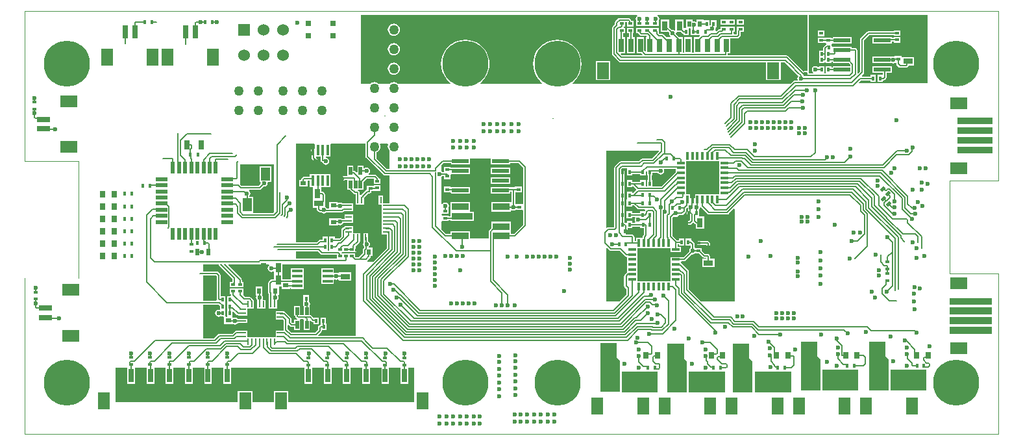
<source format=gbl>
G04*
G04 #@! TF.GenerationSoftware,Altium Limited,Altium Designer,19.1.5 (86)*
G04*
G04 Layer_Physical_Order=6*
G04 Layer_Color=16711680*
%FSLAX44Y44*%
%MOMM*%
G71*
G01*
G75*
%ADD12C,0.2000*%
%ADD17C,0.1000*%
%ADD18R,0.4500X0.6000*%
%ADD19R,0.8000X1.3000*%
%ADD20R,0.6000X0.4000*%
%ADD21R,0.4000X0.6000*%
%ADD22R,0.6000X0.4500*%
%ADD28R,0.8000X0.6000*%
%ADD32R,0.7000X0.9000*%
%ADD35R,0.5000X0.9000*%
%ADD36R,1.3000X0.8000*%
%ADD62C,1.2700*%
%ADD63C,6.0000*%
%ADD64C,1.5240*%
%ADD65R,1.5240X1.5240*%
%ADD66C,0.6000*%
%ADD69R,1.5000X0.5500*%
%ADD70R,0.5500X1.5000*%
G04:AMPARAMS|DCode=71|XSize=0.4mm|YSize=0.6mm|CornerRadius=0mm|HoleSize=0mm|Usage=FLASHONLY|Rotation=135.000|XOffset=0mm|YOffset=0mm|HoleType=Round|Shape=Rectangle|*
%AMROTATEDRECTD71*
4,1,4,0.3536,0.0707,-0.0707,-0.3536,-0.3536,-0.0707,0.0707,0.3536,0.3536,0.0707,0.0*
%
%ADD71ROTATEDRECTD71*%

%ADD72R,0.6000X0.8000*%
%ADD73R,0.7000X0.7500*%
%ADD74R,3.7000X3.7000*%
%ADD75R,1.0400X0.3300*%
%ADD76R,0.3300X1.0400*%
%ADD77R,2.2000X0.6000*%
%ADD78R,2.2500X0.9000*%
%ADD79R,2.8000X0.9000*%
%ADD80R,1.6000X2.2000*%
%ADD81R,0.7000X1.8000*%
%ADD82R,3.6000X3.6000*%
%ADD83R,0.2600X0.8400*%
%ADD84R,0.8400X0.2600*%
%ADD85R,0.4700X1.0000*%
%ADD86R,0.4500X1.3500*%
%ADD87R,1.2000X1.8000*%
%ADD88R,1.3500X0.4500*%
%ADD89R,3.6000X3.6000*%
%ADD90R,3.7000X3.7000*%
%ADD91R,1.8000X0.7000*%
%ADD92R,2.2000X1.6000*%
G36*
X1021080Y473970D02*
X1020909Y473733D01*
X1020880Y473703D01*
X1020629Y473517D01*
X1019568Y473216D01*
X1018318Y473465D01*
X1016553Y473114D01*
X1015715Y472554D01*
X995672Y492598D01*
X994837Y493156D01*
X993852Y493351D01*
X917926D01*
X916952Y494622D01*
X916973Y494730D01*
Y496206D01*
X920494D01*
Y515681D01*
X929640D01*
X930625Y515876D01*
X931460Y516434D01*
X933270Y518244D01*
X933828Y519079D01*
X934024Y520064D01*
Y523901D01*
X934435Y523982D01*
X934620Y524106D01*
X937974D01*
Y531154D01*
X928926D01*
Y525609D01*
X928877Y525360D01*
Y521130D01*
X928574Y520827D01*
X925977D01*
X924872Y521778D01*
Y524106D01*
X926544D01*
Y531154D01*
X917496D01*
Y531154D01*
X916384D01*
Y531154D01*
X907336D01*
Y527875D01*
X906075D01*
X905090Y527680D01*
X904255Y527122D01*
X902193Y525060D01*
X901467Y525146D01*
X900844Y526498D01*
X900882Y526555D01*
X901233Y528320D01*
X901122Y528876D01*
X902104Y530146D01*
X902104D01*
Y539194D01*
X895056D01*
Y533919D01*
X895006Y533670D01*
Y533339D01*
X894374Y532968D01*
X893104Y533696D01*
Y539194D01*
X886056D01*
X885284Y540144D01*
Y540194D01*
X876236D01*
Y537865D01*
X874966Y537187D01*
X874255Y537662D01*
X872490Y538013D01*
X872266Y537968D01*
X871284Y538774D01*
Y540194D01*
X862236D01*
Y529146D01*
X861012Y529034D01*
X859574D01*
Y540154D01*
X848526D01*
Y526832D01*
X847256Y526153D01*
X846645Y526562D01*
X844880Y526913D01*
X844068Y526751D01*
X840574Y530245D01*
Y540154D01*
X829526D01*
Y524106D01*
X839435D01*
X840429Y523112D01*
X840267Y522300D01*
X840619Y520535D01*
X841618Y519038D01*
X842388Y518524D01*
X842003Y517254D01*
X837155D01*
X833208Y521200D01*
X832374Y521758D01*
X831389Y521954D01*
X827787D01*
X827221Y522520D01*
X827221Y522520D01*
X826804Y522938D01*
Y525066D01*
X826770Y525234D01*
Y529590D01*
X817722D01*
X817722Y529590D01*
X816610D01*
Y529590D01*
X816452Y529590D01*
X807562D01*
Y529590D01*
X806450D01*
Y529590D01*
X797402D01*
Y522542D01*
X800186D01*
X800262Y522157D01*
X800820Y521322D01*
X802420Y519722D01*
X803255Y519164D01*
X804240Y518969D01*
X810814D01*
X811132Y518524D01*
X810478Y517254D01*
X810446D01*
Y499053D01*
X809273Y498567D01*
X807994Y499845D01*
Y517254D01*
X797946D01*
Y496206D01*
X804355D01*
X806036Y494525D01*
X805550Y493351D01*
X778919D01*
X777237Y495033D01*
X777723Y496206D01*
X782994D01*
Y517254D01*
X780543D01*
Y522256D01*
X783034D01*
Y529304D01*
X782197D01*
X781447Y530502D01*
X781760Y531154D01*
X781885Y531256D01*
X783034D01*
Y537177D01*
X785416D01*
Y531256D01*
X794464D01*
Y538304D01*
X791244D01*
Y538578D01*
X791048Y539563D01*
X790490Y540398D01*
X789318Y541570D01*
X788483Y542128D01*
X787498Y542323D01*
X775970D01*
X774985Y542128D01*
X774150Y541570D01*
X770340Y537760D01*
X769782Y536925D01*
X769586Y535940D01*
Y534049D01*
X766602Y531065D01*
X766044Y530230D01*
X765848Y529245D01*
Y495225D01*
X766044Y494240D01*
X766602Y493405D01*
X774573Y485434D01*
X775408Y484876D01*
X776393Y484680D01*
X966946D01*
Y461206D01*
X985994D01*
Y484680D01*
X991326D01*
X997563Y478444D01*
X1006811Y469196D01*
X1009063Y466944D01*
X1009039Y466701D01*
X1008039Y465204D01*
X1007688Y463439D01*
X1008023Y461758D01*
X1008014Y461480D01*
X1007484Y460489D01*
X1004207D01*
X1003222Y460293D01*
X1002387Y459735D01*
X998920Y456267D01*
X714613Y456267D01*
X714145Y457537D01*
X716970Y459950D01*
X720192Y463723D01*
X722785Y467954D01*
X724684Y472538D01*
X725842Y477363D01*
X726232Y482310D01*
X725842Y487257D01*
X724684Y492082D01*
X722785Y496666D01*
X720192Y500897D01*
X716970Y504670D01*
X713197Y507892D01*
X708966Y510485D01*
X704382Y512384D01*
X699557Y513542D01*
X694610Y513932D01*
X689663Y513542D01*
X684838Y512384D01*
X680254Y510485D01*
X676023Y507892D01*
X672250Y504670D01*
X669028Y500897D01*
X666435Y496666D01*
X664536Y492082D01*
X663378Y487257D01*
X662989Y482310D01*
X663378Y477363D01*
X664536Y472538D01*
X666435Y467954D01*
X669028Y463723D01*
X672250Y459950D01*
X675076Y457537D01*
X674607Y456267D01*
X594613D01*
X594145Y457537D01*
X596970Y459950D01*
X600192Y463723D01*
X602785Y467954D01*
X604684Y472538D01*
X605842Y477363D01*
X606231Y482310D01*
X605842Y487257D01*
X604684Y492082D01*
X602785Y496666D01*
X600192Y500897D01*
X596970Y504670D01*
X593197Y507892D01*
X588966Y510485D01*
X584382Y512384D01*
X579557Y513542D01*
X574610Y513932D01*
X569663Y513542D01*
X564838Y512384D01*
X560254Y510485D01*
X556023Y507892D01*
X552250Y504670D01*
X549028Y500897D01*
X546435Y496666D01*
X544536Y492082D01*
X543378Y487257D01*
X542989Y482310D01*
X543378Y477363D01*
X544536Y472538D01*
X546435Y467954D01*
X549028Y463723D01*
X552250Y459950D01*
X555075Y457537D01*
X554607Y456267D01*
X487098D01*
X486946Y456466D01*
X485301Y457728D01*
X483386Y458521D01*
X481330Y458792D01*
X479274Y458521D01*
X477359Y457728D01*
X475714Y456466D01*
X475562Y456267D01*
X461698D01*
X461546Y456466D01*
X459901Y457728D01*
X457985Y458521D01*
X455930Y458792D01*
X453875Y458521D01*
X451959Y457728D01*
X450314Y456466D01*
X450162Y456267D01*
X438730D01*
X438730Y546082D01*
X798517D01*
X798902Y544812D01*
X798108Y544282D01*
X797109Y542785D01*
X796757Y541020D01*
X797109Y539255D01*
X797402Y538590D01*
X797402Y538590D01*
X797402Y538590D01*
Y531542D01*
X806292D01*
X806450Y531542D01*
X807562D01*
X807720Y531542D01*
X816452D01*
X816610Y531542D01*
X817722D01*
X817880Y531542D01*
X826770D01*
Y538579D01*
X827222Y539255D01*
X827573Y541020D01*
X827222Y542785D01*
X826222Y544282D01*
X825428Y544812D01*
X825813Y546082D01*
X1021080D01*
Y473970D01*
D02*
G37*
G36*
X868386Y528278D02*
Y519986D01*
X880291D01*
X880817Y518716D01*
X879355Y517254D01*
X872946D01*
Y497345D01*
X870494D01*
Y517254D01*
X860446D01*
Y497345D01*
X857994D01*
Y517254D01*
X853565D01*
X849331Y521488D01*
X849493Y522300D01*
X849386Y522836D01*
X850428Y524106D01*
X855935D01*
X857566Y522474D01*
X858401Y521916D01*
X859386Y521721D01*
Y519986D01*
X866434D01*
Y528278D01*
X867410Y528866D01*
X868386Y528278D01*
D02*
G37*
G36*
X1177960Y457200D02*
X1088320Y457200D01*
X1087834Y458373D01*
X1090437Y460976D01*
X1103226D01*
Y459026D01*
X1110274D01*
Y468074D01*
X1103226D01*
Y466124D01*
X1092260D01*
X1091774Y467297D01*
X1094020Y469543D01*
X1094578Y470378D01*
X1094773Y471363D01*
Y513284D01*
X1101576Y520087D01*
X1133396D01*
Y519136D01*
X1142444D01*
Y526184D01*
X1133396D01*
Y525233D01*
X1100510D01*
X1099525Y525038D01*
X1098690Y524480D01*
X1090380Y516170D01*
X1089822Y515335D01*
X1089626Y514350D01*
Y472429D01*
X1087153Y469955D01*
X1085883Y470482D01*
Y500380D01*
X1085688Y501365D01*
X1085130Y502200D01*
X1084295Y502758D01*
X1083310Y502953D01*
X1078724D01*
Y504904D01*
X1053676D01*
X1052714Y505648D01*
Y507812D01*
X1053676Y508556D01*
X1053984Y508556D01*
X1078724D01*
Y517604D01*
X1053676D01*
Y515544D01*
X1052274D01*
Y516494D01*
X1043384D01*
Y516604D01*
X1034336D01*
Y509556D01*
X1043226D01*
Y509446D01*
X1044173D01*
X1045141Y508654D01*
X1045124Y507512D01*
X1044427Y507046D01*
X1042096Y504716D01*
X1041538Y503881D01*
X1041342Y502896D01*
Y499824D01*
X1035916D01*
Y490776D01*
Y483156D01*
X1042964D01*
Y484291D01*
X1043671Y484679D01*
X1044916Y483963D01*
Y483156D01*
X1051964D01*
Y485107D01*
X1053676D01*
Y483156D01*
X1075085D01*
X1077151Y481090D01*
Y479504D01*
X1053676D01*
Y477553D01*
X1051964D01*
Y479504D01*
X1044916D01*
Y470753D01*
X1043940Y470197D01*
X1042964Y470753D01*
X1042964Y471203D01*
Y479504D01*
X1035916D01*
Y478411D01*
X1034646Y478026D01*
X1034502Y478242D01*
X1033005Y479241D01*
X1031240Y479593D01*
X1029475Y479241D01*
X1027978Y478242D01*
X1026979Y476745D01*
X1026627Y474980D01*
X1026979Y473215D01*
X1027978Y471718D01*
X1028749Y471203D01*
X1028364Y469934D01*
X1022936D01*
X1022580Y470612D01*
X1022579Y470617D01*
X1022572Y470629D01*
X1022350Y471052D01*
Y472942D01*
X1022404Y473072D01*
X1022662Y473391D01*
X1022636Y473633D01*
X1022730Y473859D01*
Y546082D01*
X1177960D01*
X1177960Y457200D01*
D02*
G37*
G36*
X1262380Y403860D02*
X1216660D01*
Y412750D01*
X1262380D01*
Y403860D01*
D02*
G37*
G36*
Y391160D02*
X1216660D01*
Y400050D01*
X1262380D01*
Y391160D01*
D02*
G37*
G36*
Y378460D02*
X1216660D01*
Y387350D01*
X1262380D01*
Y378460D01*
D02*
G37*
G36*
X444483Y362030D02*
X444678Y361045D01*
X445236Y360211D01*
X467891Y337556D01*
X468726Y336998D01*
X469710Y336803D01*
X476138D01*
X476138Y300994D01*
X467364D01*
Y310744D01*
X461716D01*
Y299296D01*
X465666D01*
Y290346D01*
Y280346D01*
Y270346D01*
Y260346D01*
X472407D01*
Y242366D01*
X454849Y224808D01*
X447132D01*
X446747Y226078D01*
X447170Y226360D01*
X450780Y229970D01*
X451338Y230805D01*
X451534Y231790D01*
Y231966D01*
X453484D01*
Y243014D01*
X449261D01*
X448875Y244284D01*
X449032Y244388D01*
X450032Y245885D01*
X450383Y247650D01*
X450032Y249415D01*
X449032Y250912D01*
X447535Y251912D01*
X447413Y251936D01*
Y256020D01*
X447364Y256269D01*
Y262044D01*
X441716D01*
Y250596D01*
X441716Y250596D01*
X441508Y249412D01*
X441157Y247650D01*
X441508Y245885D01*
X442399Y244552D01*
X442387Y244490D01*
Y242366D01*
X441410Y241390D01*
X440852Y240555D01*
X440657Y239570D01*
Y236016D01*
X435394Y230753D01*
X431596D01*
X431244Y231105D01*
Y235244D01*
X413585D01*
X413460Y235346D01*
X413147Y235998D01*
X413897Y237196D01*
X430887D01*
X430887Y237196D01*
Y237196D01*
X432072Y237120D01*
X432467Y237083D01*
X432489Y236977D01*
X432582Y236505D01*
X433140Y235670D01*
X433975Y235112D01*
X434960Y234916D01*
X435945Y235112D01*
X436780Y235670D01*
X437338Y236505D01*
X437533Y237490D01*
Y237570D01*
X437338Y238555D01*
X436780Y239390D01*
X435945Y239948D01*
X434960Y240143D01*
X433975Y239948D01*
X433140Y239390D01*
X432582Y238555D01*
X432542Y238352D01*
X432514Y238211D01*
X431244Y238336D01*
X431244Y238466D01*
Y241471D01*
X431293Y241720D01*
Y244425D01*
X436060Y249191D01*
X436618Y250026D01*
X436731Y250596D01*
X437364D01*
Y262044D01*
X428414D01*
Y270994D01*
X416966D01*
Y270292D01*
X416745Y270248D01*
X415910Y269690D01*
X413470Y267250D01*
X412912Y266415D01*
X412716Y265430D01*
Y257606D01*
X410414Y255303D01*
X404264D01*
Y257254D01*
X397216D01*
Y248206D01*
Y239576D01*
X396240Y239018D01*
X395264Y239576D01*
Y248206D01*
Y257254D01*
X388216D01*
Y253304D01*
X385350D01*
X384365Y253108D01*
X383530Y252550D01*
X380918Y249937D01*
X354218D01*
Y378460D01*
X377427D01*
X378496Y377974D01*
X378496Y377190D01*
Y372409D01*
X378264Y372182D01*
X377226Y371763D01*
X376755Y372078D01*
X375770Y372273D01*
X374785Y372078D01*
X373950Y371520D01*
X373392Y370685D01*
X373196Y369700D01*
X373392Y368715D01*
X373889Y367972D01*
Y359950D01*
X374085Y358965D01*
X374643Y358130D01*
X376607Y356166D01*
Y355412D01*
X376803Y354428D01*
X377361Y353593D01*
X378195Y353035D01*
X379180Y352839D01*
X380165Y353035D01*
X381000Y353593D01*
X381558Y354428D01*
X381754Y355412D01*
Y357232D01*
X381558Y358217D01*
X381000Y359052D01*
X379896Y360156D01*
X380422Y361426D01*
X386122D01*
Y356772D01*
X386317Y355787D01*
X386875Y354952D01*
X387281Y354546D01*
X388116Y353988D01*
X388139Y353983D01*
X388168Y353835D01*
X389168Y352338D01*
X390665Y351339D01*
X392430Y350987D01*
X394195Y351339D01*
X395692Y352338D01*
X396692Y353835D01*
X397043Y355600D01*
X396692Y357365D01*
X395692Y358862D01*
X394195Y359861D01*
X392715Y360156D01*
X392840Y361426D01*
X399044D01*
Y377190D01*
X399044Y377974D01*
X400113Y378460D01*
X444483D01*
Y362030D01*
D02*
G37*
G36*
X1262380Y365760D02*
X1216660D01*
Y374650D01*
X1262380D01*
Y365760D01*
D02*
G37*
G36*
X905546Y350336D02*
X905546D01*
Y350184D01*
X905546D01*
Y343836D01*
X905546D01*
Y343684D01*
X905546D01*
Y337336D01*
X905546D01*
Y337184D01*
X905546D01*
Y330836D01*
X905546D01*
Y330684D01*
X905546D01*
Y324336D01*
X905546D01*
Y324184D01*
X905546D01*
Y317836D01*
X905546Y317836D01*
Y317684D01*
X905546D01*
X905546Y316566D01*
Y312384D01*
X900246D01*
X900246Y312384D01*
X900094D01*
Y312384D01*
X898976Y312384D01*
X893746D01*
X893746Y312384D01*
X893594D01*
Y312384D01*
X892476Y312384D01*
X887246D01*
Y312384D01*
X887094D01*
Y312384D01*
X880746D01*
Y312384D01*
X880594D01*
Y312384D01*
X874246D01*
Y307511D01*
X872976Y307126D01*
X872740Y307480D01*
X871905Y308038D01*
X870920Y308233D01*
X869935Y308038D01*
X869100Y307480D01*
X868864Y307243D01*
X867594Y307769D01*
Y312384D01*
X862294D01*
Y317684D01*
X862294Y317684D01*
Y317836D01*
X862294D01*
X862294Y318954D01*
Y324184D01*
X862294Y324184D01*
Y324336D01*
X862294D01*
X862294Y325454D01*
Y330684D01*
X862294Y330684D01*
Y330836D01*
X862294D01*
X862294Y331954D01*
Y337184D01*
X862294Y337184D01*
Y337336D01*
X862294D01*
X862294Y338454D01*
Y343684D01*
X862294D01*
Y343836D01*
X862294D01*
Y349066D01*
X862294Y350184D01*
X862294D01*
Y350336D01*
X862294D01*
Y355636D01*
X867594Y355636D01*
X868864Y355636D01*
X874094Y355636D01*
X875364Y355636D01*
X880594Y355636D01*
X881864Y355636D01*
X887094D01*
Y355636D01*
X887246D01*
Y355636D01*
X892476D01*
X893594Y355636D01*
Y355636D01*
X893746D01*
Y355636D01*
X898976D01*
X900094Y355636D01*
Y355636D01*
X900246D01*
Y355636D01*
X905546D01*
Y350336D01*
D02*
G37*
G36*
X607836Y351076D02*
X632884D01*
Y353027D01*
X644094D01*
X650207Y346914D01*
Y300658D01*
X649684Y299604D01*
X648936Y299604D01*
X640636D01*
X640114Y300658D01*
Y315076D01*
X648414D01*
Y322624D01*
X639366D01*
Y321423D01*
X632884D01*
Y322024D01*
X607836D01*
Y312976D01*
X632884D01*
Y316277D01*
X634967D01*
Y302680D01*
X633964Y302034D01*
X608416D01*
Y289986D01*
X633964D01*
Y291331D01*
X635234Y292010D01*
X635775Y291649D01*
X637540Y291297D01*
X639305Y291649D01*
X640235Y292270D01*
X640636Y292056D01*
Y292056D01*
X649684Y292056D01*
X650207Y291003D01*
Y272846D01*
X637944Y260583D01*
X633964D01*
Y264034D01*
X633964Y264034D01*
Y264486D01*
X633964D01*
X633964Y265304D01*
Y276534D01*
X608416D01*
Y268125D01*
X607284Y266994D01*
X607075Y266854D01*
X605596Y265375D01*
X605038Y264540D01*
X604843Y263556D01*
Y255270D01*
X580464Y255270D01*
Y264034D01*
X554916D01*
Y260583D01*
X549506D01*
X543560Y266529D01*
Y276686D01*
X544116Y277726D01*
X544830Y277726D01*
X553164D01*
Y278677D01*
X554916D01*
Y277486D01*
X585964D01*
Y289534D01*
X581547D01*
X580464Y289986D01*
X580464Y290804D01*
Y302034D01*
X554916D01*
Y290804D01*
X554916Y289986D01*
X554916Y288716D01*
Y283824D01*
X553164D01*
Y284774D01*
X544830D01*
X543875Y285556D01*
X544450Y286726D01*
X553164D01*
Y293774D01*
X553164D01*
X552654Y295044D01*
X552901Y295415D01*
X553253Y297180D01*
X552901Y298945D01*
X551902Y300442D01*
X550405Y301441D01*
X548640Y301793D01*
X546875Y301441D01*
X545378Y300442D01*
X544830Y299621D01*
X543560Y300006D01*
X543560Y335346D01*
X544282Y335828D01*
X544741Y336516D01*
X546656D01*
Y332336D01*
X555704D01*
Y337161D01*
X555836Y338376D01*
X556337Y338376D01*
X580884D01*
Y347424D01*
X569588D01*
X569540Y347433D01*
X555704D01*
Y348384D01*
X546656D01*
Y341664D01*
X544741D01*
X544282Y342352D01*
X543560Y342834D01*
Y350691D01*
X545896Y353027D01*
X555836D01*
Y351076D01*
X580884D01*
Y359410D01*
X607836D01*
Y351076D01*
D02*
G37*
G36*
X473948Y377404D02*
X473659Y376706D01*
X473388Y374650D01*
X473659Y372594D01*
X474452Y370679D01*
X475714Y369034D01*
X476138Y368709D01*
Y345474D01*
X472236D01*
X458503Y359206D01*
Y367193D01*
X459901Y367772D01*
X461546Y369034D01*
X462808Y370679D01*
X463601Y372594D01*
X463872Y374650D01*
X463601Y376706D01*
X463312Y377404D01*
X464018Y378460D01*
X473242D01*
X473948Y377404D01*
D02*
G37*
G36*
X848846Y343836D02*
X848846D01*
Y343684D01*
X848846D01*
Y341345D01*
X830423Y322921D01*
X818864D01*
Y330839D01*
X817914D01*
Y337106D01*
X818864D01*
Y340326D01*
X825589D01*
X826048Y339638D01*
X827545Y338638D01*
X829310Y338287D01*
X831075Y338638D01*
X832572Y339638D01*
X833571Y341135D01*
X833923Y342900D01*
X833588Y344580D01*
X833597Y344859D01*
X834127Y345850D01*
X848846D01*
Y343836D01*
D02*
G37*
G36*
X785256Y346154D02*
Y337106D01*
X792304D01*
Y339057D01*
X802816D01*
Y337106D01*
X809864D01*
Y342412D01*
X810645Y343045D01*
X811816Y342535D01*
Y337106D01*
X812766D01*
Y330839D01*
X811816D01*
Y322921D01*
X809864D01*
Y330839D01*
X802816D01*
Y328964D01*
X792304D01*
Y330914D01*
X785256D01*
Y321866D01*
X792304D01*
Y322401D01*
X793574Y322927D01*
X797203Y319297D01*
X797210Y317574D01*
X793574Y313937D01*
X792304Y314240D01*
Y315674D01*
X785256D01*
Y306626D01*
X785256D01*
X785146Y305514D01*
X785146D01*
X785146Y305402D01*
Y296466D01*
X792194D01*
Y298417D01*
X793954D01*
X798724Y293646D01*
X799559Y293088D01*
X800544Y292893D01*
X808614D01*
X809100Y291719D01*
X808996Y291615D01*
X808438Y290780D01*
X808338Y290274D01*
X802816D01*
Y288323D01*
X792194D01*
Y290274D01*
X785146D01*
Y281226D01*
X792194D01*
Y283176D01*
X795655D01*
X796334Y281907D01*
X795838Y281165D01*
X795487Y279400D01*
X795838Y277635D01*
X796334Y276894D01*
X795655Y275623D01*
X792304D01*
Y277574D01*
X785256D01*
Y275458D01*
X783986Y275038D01*
X783403Y275428D01*
X782418Y275623D01*
X782243D01*
Y285750D01*
Y300769D01*
X782299Y301045D01*
Y309825D01*
X782194Y310349D01*
X782354Y311150D01*
Y326390D01*
Y341630D01*
X782158Y342615D01*
X781600Y343450D01*
X780765Y344008D01*
X779780Y344203D01*
X779080Y344064D01*
X778351Y345066D01*
X778332Y345112D01*
X779896Y346676D01*
X784202D01*
X785256Y346154D01*
D02*
G37*
G36*
X325120Y289389D02*
X324054Y288323D01*
X297784D01*
Y309294D01*
X293221D01*
X292912Y310564D01*
X293822Y311925D01*
X294173Y313690D01*
X293822Y315455D01*
X292822Y316952D01*
X292715Y317023D01*
X293101Y318293D01*
X306071D01*
X307056Y318488D01*
X307891Y319046D01*
X311418Y322574D01*
X312230Y322412D01*
X313995Y322763D01*
X315492Y323763D01*
X316492Y325260D01*
X316843Y327025D01*
X316795Y327264D01*
X317601Y328246D01*
X321784D01*
Y349294D01*
X306736D01*
Y328246D01*
X306859D01*
X307665Y327264D01*
X307617Y327025D01*
X307779Y326213D01*
X305005Y323439D01*
X282492D01*
X280622Y325309D01*
Y351742D01*
X280670Y351790D01*
X325120D01*
Y289389D01*
D02*
G37*
G36*
X865287Y294701D02*
X865092Y294410D01*
X864897Y293426D01*
Y290606D01*
X864400Y290110D01*
X863842Y289275D01*
X863647Y288290D01*
X863842Y287305D01*
X864400Y286470D01*
X865235Y285912D01*
X866220Y285716D01*
X867376D01*
Y279097D01*
X866344Y278065D01*
X862215D01*
X861720Y278164D01*
X860735Y277968D01*
X859900Y277410D01*
X859342Y276575D01*
X859146Y275590D01*
X859342Y274605D01*
X859900Y273770D01*
X859999Y273672D01*
X860834Y273114D01*
X861818Y272918D01*
X867410D01*
X868395Y273114D01*
X869230Y273672D01*
X871007Y275449D01*
X871781Y276202D01*
X872718Y275434D01*
X874382Y273770D01*
X875196Y273226D01*
Y267566D01*
X886244D01*
Y283614D01*
X881201D01*
X879994Y283766D01*
Y292814D01*
X879994D01*
X879851Y293081D01*
X880562Y294145D01*
X880750Y295095D01*
X882099Y295363D01*
X882100Y295360D01*
X890259Y287201D01*
X891094Y286643D01*
X892079Y286448D01*
X916401D01*
X917386Y286643D01*
X918221Y287201D01*
X924657Y293637D01*
X925830Y293151D01*
X925830Y172720D01*
X882421D01*
X866115Y189026D01*
Y212148D01*
X865920Y213133D01*
X865362Y213968D01*
X857180Y222150D01*
X856345Y222708D01*
X855494Y222877D01*
X855494Y224154D01*
X856452Y224907D01*
X859940D01*
X860925Y225102D01*
X861760Y225660D01*
X870408Y234309D01*
X871220Y234147D01*
X872985Y234499D01*
X874048Y235209D01*
X874316Y235066D01*
Y235066D01*
X879725D01*
X884200Y230590D01*
X885035Y230032D01*
X886020Y229837D01*
X888967D01*
Y228434D01*
X883516D01*
Y217386D01*
X899564D01*
Y228434D01*
X894113D01*
Y231238D01*
X893918Y232223D01*
X893360Y233058D01*
X892188Y234230D01*
X891353Y234788D01*
X890368Y234984D01*
X887086D01*
X883364Y238705D01*
Y242614D01*
X874316D01*
X873793Y243668D01*
Y247650D01*
X873598Y248635D01*
X873040Y249470D01*
X870500Y252010D01*
X869665Y252568D01*
X869084Y252683D01*
Y254714D01*
X862036D01*
Y245666D01*
X868646D01*
Y242481D01*
X867958Y242022D01*
X866958Y240525D01*
X866607Y238760D01*
X866769Y237948D01*
X858874Y230054D01*
X855494D01*
Y230654D01*
X842046D01*
X842046Y224306D01*
X842046Y223036D01*
Y218924D01*
X842046Y217806D01*
X842046D01*
Y217654D01*
X842046D01*
Y212424D01*
X842046Y211306D01*
X842046D01*
Y211154D01*
X842046D01*
Y204806D01*
X842046D01*
Y204654D01*
X842046D01*
Y199354D01*
X836746Y199354D01*
X835476Y199354D01*
X830246Y199354D01*
X828976Y199354D01*
X823746Y199354D01*
X822476Y199354D01*
X817246D01*
X817246Y199354D01*
X817094D01*
Y199354D01*
X815976Y199354D01*
X810746D01*
Y199354D01*
X810594D01*
Y199354D01*
X804246D01*
Y199354D01*
X804094D01*
Y199354D01*
X798794D01*
Y204654D01*
X798794D01*
Y204806D01*
X798794D01*
X798794Y211154D01*
X798794Y212424D01*
X798794Y217654D01*
X798794Y218924D01*
X798794Y224154D01*
X798794Y225424D01*
X798794Y230654D01*
X798794Y231924D01*
Y237154D01*
X798794D01*
Y237306D01*
X798794D01*
Y242606D01*
X804094D01*
Y242606D01*
X804246D01*
Y242606D01*
X809476D01*
X810594Y242606D01*
Y242606D01*
X810746D01*
Y242606D01*
X815976D01*
X817094Y242606D01*
Y242606D01*
X817246D01*
Y242606D01*
X822476D01*
X823594Y242606D01*
Y242606D01*
X823746D01*
Y242606D01*
X828976D01*
X830094Y242606D01*
Y242606D01*
X830246D01*
Y242606D01*
X836594D01*
X836594Y242606D01*
X836746D01*
Y242606D01*
X837864Y242606D01*
X842046D01*
Y237306D01*
X855494D01*
Y243654D01*
X851344D01*
Y247617D01*
X853036D01*
Y245666D01*
X860084D01*
Y254714D01*
X853036D01*
Y252764D01*
X850546D01*
X844584Y258725D01*
Y281885D01*
X846646Y283948D01*
X847657Y283272D01*
X849422Y282921D01*
X851187Y283272D01*
X852683Y284272D01*
X853504Y285501D01*
X857110D01*
X858095Y285697D01*
X858930Y286255D01*
X861610Y288935D01*
X862168Y289769D01*
X862364Y290754D01*
Y293574D01*
X864301Y295511D01*
X865287Y294701D01*
D02*
G37*
G36*
X826720Y369570D02*
X827246Y368300D01*
X818104Y359157D01*
X805704D01*
X804719Y358962D01*
X803884Y358404D01*
X800827Y355347D01*
X777371D01*
X776386Y355152D01*
X775551Y354594D01*
X769802Y348845D01*
X769245Y348010D01*
X769049Y347025D01*
Y269670D01*
X768652Y269273D01*
X760730D01*
X759745Y269078D01*
X759460Y268887D01*
X758190Y269554D01*
X758190Y369570D01*
X826720Y369570D01*
D02*
G37*
G36*
X802926Y268526D02*
X807686D01*
Y260146D01*
X806250Y258710D01*
X805692Y257875D01*
X805497Y256890D01*
Y256101D01*
X804246Y256054D01*
X804094D01*
Y256054D01*
X797746D01*
Y251253D01*
X795348D01*
Y256245D01*
X795153Y257230D01*
X794595Y258065D01*
X793030Y259630D01*
X792195Y260188D01*
X791210Y260383D01*
X784052D01*
X783926Y261653D01*
X784575Y261782D01*
X785410Y262340D01*
X785968Y263175D01*
X786163Y264160D01*
Y268526D01*
X792304D01*
Y270476D01*
X802926D01*
Y268526D01*
D02*
G37*
G36*
X385554Y234376D02*
X386389Y233818D01*
X387374Y233622D01*
X406956D01*
Y228768D01*
X354218D01*
Y237743D01*
X382188D01*
X385554Y234376D01*
D02*
G37*
G36*
X431800Y127603D02*
X383327D01*
X382801Y128873D01*
X386630Y132702D01*
X387188Y133537D01*
X387383Y134522D01*
Y135176D01*
X393584D01*
Y144224D01*
X392834D01*
Y151844D01*
X385786D01*
Y142796D01*
X384875Y141930D01*
X384260Y141520D01*
X382990Y140250D01*
X382432Y139415D01*
X382237Y138430D01*
Y135588D01*
X378763Y132114D01*
X347776D01*
X342934Y136956D01*
Y141851D01*
X344203Y142377D01*
X346015Y140566D01*
X346850Y140008D01*
X347835Y139812D01*
X351246D01*
Y135861D01*
X358994D01*
Y148556D01*
X358994Y148909D01*
X359845Y149826D01*
X363395D01*
X364246Y148909D01*
Y135861D01*
X371994D01*
Y147217D01*
X373167Y147703D01*
X374100Y146770D01*
X374935Y146212D01*
X375920Y146017D01*
X376786D01*
Y142796D01*
X383834D01*
Y151844D01*
X376786D01*
X376786Y151844D01*
Y151844D01*
X375750Y152399D01*
X373930Y154220D01*
X373095Y154778D01*
X372110Y154973D01*
X371994D01*
Y166909D01*
X371994Y166909D01*
X371962Y168179D01*
X372238Y169565D01*
X371886Y171330D01*
X370887Y172827D01*
X370724Y172935D01*
Y181054D01*
X363176D01*
Y172006D01*
X363176Y172006D01*
X363245Y170736D01*
X363012Y169565D01*
X363363Y167800D01*
X364246Y166479D01*
Y154973D01*
X358994D01*
Y166909D01*
X351246D01*
Y153861D01*
X353027D01*
Y153572D01*
X353222Y152587D01*
X353780Y151752D01*
X354952Y150580D01*
X355552Y150179D01*
X355385Y149020D01*
X355341Y148909D01*
X351246D01*
Y144959D01*
X348901D01*
X348013Y145846D01*
Y149862D01*
X347818Y150847D01*
X347260Y151682D01*
X340142Y158800D01*
X339307Y159358D01*
X338684Y159481D01*
Y160104D01*
X327236D01*
Y149456D01*
X336214D01*
X337786Y147884D01*
Y135890D01*
X337141Y135104D01*
X327236D01*
Y126154D01*
X289984D01*
Y135104D01*
X278536D01*
Y134853D01*
X275886D01*
X274902Y134658D01*
X274067Y134100D01*
X270810Y130843D01*
X253723D01*
X252738Y130648D01*
X251903Y130090D01*
X246584Y124770D01*
X232410D01*
Y168876D01*
X252565D01*
X254866Y166575D01*
Y162905D01*
X253596Y161920D01*
X252730Y162093D01*
X250965Y161742D01*
X249468Y160742D01*
X248468Y159245D01*
X248117Y157480D01*
X248468Y155715D01*
X249468Y154218D01*
X250965Y153218D01*
X252730Y152867D01*
X253596Y153040D01*
X254866Y152956D01*
X254866Y152956D01*
X254866Y152956D01*
X258827D01*
X259906Y152494D01*
X259906Y151686D01*
Y143446D01*
X270954D01*
X270954Y143446D01*
Y143446D01*
X272170Y143316D01*
X272555Y143059D01*
X274320Y142707D01*
X276085Y143059D01*
X277463Y143979D01*
X278536Y144456D01*
X289984D01*
Y150104D01*
X278536D01*
X277489Y150643D01*
X276085Y151581D01*
X274320Y151933D01*
X272555Y151581D01*
X272224Y151361D01*
X270954Y152039D01*
Y152494D01*
X270914Y153747D01*
Y159397D01*
X272087Y159883D01*
X276210Y155760D01*
X277045Y155202D01*
X278030Y155007D01*
X278536D01*
Y154456D01*
X289984D01*
Y163406D01*
X298934D01*
Y174854D01*
X298040D01*
X297930Y175019D01*
X295234Y177715D01*
X294399Y178273D01*
X293414Y178468D01*
X287451D01*
X284617Y181303D01*
X285103Y182476D01*
X285194D01*
Y189524D01*
X267256D01*
Y182476D01*
X269340D01*
Y181476D01*
X269424Y181054D01*
X268598Y179784D01*
X263866D01*
Y170736D01*
Y161846D01*
X263866Y153340D01*
X262890Y152786D01*
X261914Y153340D01*
Y161846D01*
Y170736D01*
Y179784D01*
X255303D01*
Y207010D01*
X255108Y207995D01*
X254550Y208830D01*
X252010Y211370D01*
X251175Y211928D01*
X250190Y212124D01*
X232410D01*
Y220980D01*
X252658D01*
X252844Y220045D01*
X253402Y219211D01*
X270476Y202136D01*
Y198524D01*
X267256D01*
Y191476D01*
X285194D01*
Y198524D01*
X283244D01*
Y200881D01*
X283048Y201866D01*
X282490Y202701D01*
X265384Y219807D01*
X265870Y220980D01*
X318484D01*
X318869Y219710D01*
X318048Y219162D01*
X317048Y217665D01*
X316697Y215900D01*
X317048Y214135D01*
X318048Y212638D01*
X319545Y211639D01*
X321310Y211287D01*
X323075Y211639D01*
X324016Y212267D01*
X325286Y211596D01*
Y209146D01*
X325286D01*
Y208684D01*
X325286D01*
Y201964D01*
X322580D01*
X321595Y201768D01*
X320760Y201210D01*
X318114Y198564D01*
X317556Y197729D01*
X317361Y196744D01*
Y184975D01*
X317556Y183990D01*
X318114Y183155D01*
X318293Y182977D01*
Y174854D01*
X318286D01*
Y163406D01*
X328934D01*
Y174059D01*
X329652Y174538D01*
X330652Y176035D01*
X331003Y177800D01*
X330652Y179565D01*
X330430Y179896D01*
X331109Y181166D01*
X331564D01*
Y192214D01*
X332659Y192636D01*
X334836D01*
Y189166D01*
X345884D01*
Y190166D01*
X347196D01*
Y188966D01*
X363744D01*
Y195466D01*
Y201966D01*
Y208466D01*
Y216014D01*
X347196D01*
Y208466D01*
Y201813D01*
X336334D01*
Y208684D01*
X336334D01*
Y209146D01*
X336334D01*
Y220980D01*
X431800D01*
Y127603D01*
D02*
G37*
G36*
X250156Y205944D02*
Y176432D01*
X250352Y175447D01*
X250455Y175294D01*
X249776Y174023D01*
X232410D01*
Y206977D01*
X249124D01*
X250156Y205944D01*
D02*
G37*
G36*
X762528Y239480D02*
X763363Y238922D01*
X764348Y238727D01*
X776174D01*
X782740Y232160D01*
X783575Y231602D01*
X784401Y231438D01*
X784838Y231075D01*
X785346Y230471D01*
X785346Y229536D01*
X785346Y224306D01*
X785346Y223036D01*
X785346Y217806D01*
X785346Y216536D01*
X785346Y211306D01*
X785146Y210119D01*
X784668Y209800D01*
X782526Y207658D01*
X781968Y206823D01*
X781773Y205838D01*
Y193359D01*
X781968Y192374D01*
X782526Y191539D01*
X784827Y189239D01*
Y181879D01*
X775667Y172720D01*
X758190D01*
Y242159D01*
X759363Y242645D01*
X762528Y239480D01*
D02*
G37*
G36*
X1261110Y168275D02*
X1206500D01*
Y177165D01*
X1261110D01*
Y168275D01*
D02*
G37*
G36*
Y156210D02*
X1206500D01*
Y165100D01*
X1261110D01*
Y156210D01*
D02*
G37*
G36*
Y143510D02*
X1206500D01*
Y152400D01*
X1261110D01*
Y143510D01*
D02*
G37*
G36*
Y130810D02*
X1206500D01*
Y139700D01*
X1261110D01*
Y130810D01*
D02*
G37*
G36*
X1176020Y57150D02*
X1129030D01*
Y83820D01*
X1176020D01*
Y57150D01*
D02*
G37*
G36*
X1122680Y101600D02*
X1126490Y97790D01*
Y57150D01*
X1101090D01*
X1101090Y120650D01*
X1122680D01*
X1122680Y101600D01*
D02*
G37*
G36*
X1087120Y57150D02*
X1040130D01*
Y83820D01*
X1087120D01*
Y57150D01*
D02*
G37*
G36*
X1033780Y101600D02*
X1037590Y97790D01*
Y57150D01*
X1012190D01*
X1012190Y120650D01*
X1033780D01*
X1033780Y101600D01*
D02*
G37*
G36*
X772160Y99391D02*
X775970Y95581D01*
Y54941D01*
X750570D01*
X750570Y118441D01*
X772160D01*
X772160Y99391D01*
D02*
G37*
G36*
X999490Y54610D02*
X952500D01*
Y81280D01*
X999490D01*
Y54610D01*
D02*
G37*
G36*
X944880Y99060D02*
X948690Y95250D01*
Y54610D01*
X923290D01*
X923290Y118110D01*
X944880D01*
X944880Y99060D01*
D02*
G37*
G36*
X913130Y54610D02*
X866140D01*
Y81280D01*
X913130D01*
Y54610D01*
D02*
G37*
G36*
X825500D02*
X778510D01*
Y81280D01*
X825500D01*
Y54610D01*
D02*
G37*
G36*
X860064Y98716D02*
X863874Y94906D01*
Y54266D01*
X838474D01*
X838474Y117766D01*
X860064D01*
X860064Y98716D01*
D02*
G37*
G36*
X134006Y86360D02*
Y65676D01*
X144054D01*
Y86360D01*
X159006D01*
Y65676D01*
X169054D01*
Y86360D01*
X184006Y86360D01*
Y65676D01*
X194054D01*
Y86360D01*
X209006D01*
Y65676D01*
X219054D01*
Y86360D01*
X234006D01*
Y65676D01*
X244054D01*
Y86360D01*
X259006D01*
Y65676D01*
X269054D01*
Y86360D01*
X326390Y86360D01*
D01*
X365146D01*
Y65676D01*
X375194D01*
Y86360D01*
X390146Y86360D01*
Y65676D01*
X400194D01*
Y86360D01*
X415146D01*
Y65676D01*
X425194D01*
Y86360D01*
X440146D01*
Y65676D01*
X450194D01*
Y86360D01*
X465146D01*
Y65676D01*
X475194D01*
Y86360D01*
X490146D01*
Y65676D01*
X500194D01*
Y86360D01*
X508000D01*
X508000Y41910D01*
X343694Y41910D01*
Y55724D01*
X324646D01*
Y41910D01*
D01*
X297054D01*
D01*
Y55724D01*
X278006D01*
Y41910D01*
D01*
X271780D01*
Y41910D01*
X118110Y41910D01*
Y86360D01*
X134006D01*
D02*
G37*
%LPC*%
G36*
X937974Y540154D02*
X928926D01*
Y533106D01*
X937974D01*
Y540154D01*
D02*
G37*
G36*
X917496Y540154D02*
X916384D01*
X916226Y540154D01*
X907336D01*
Y533106D01*
X916226D01*
X916384Y533106D01*
X917496D01*
X917654Y533106D01*
X926544D01*
Y540154D01*
X917654D01*
X917496Y540154D01*
D02*
G37*
G36*
X481330Y534992D02*
X479274Y534721D01*
X477359Y533928D01*
X475714Y532666D01*
X474452Y531021D01*
X473659Y529105D01*
X473388Y527050D01*
X473659Y524995D01*
X474452Y523079D01*
X475714Y521434D01*
X477359Y520172D01*
X479274Y519379D01*
X481330Y519108D01*
X483386Y519379D01*
X485301Y520172D01*
X486946Y521434D01*
X488208Y523079D01*
X489001Y524995D01*
X489272Y527050D01*
X489001Y529105D01*
X488208Y531021D01*
X486946Y532666D01*
X485301Y533928D01*
X483386Y534721D01*
X481330Y534992D01*
D02*
G37*
G36*
X794464Y529304D02*
X785416D01*
Y522256D01*
X787896D01*
Y517254D01*
X785446D01*
Y496206D01*
X795494D01*
Y517254D01*
X793043D01*
Y522256D01*
X794464D01*
Y529304D01*
D02*
G37*
G36*
X481330Y509592D02*
X479274Y509321D01*
X477359Y508528D01*
X475714Y507266D01*
X474452Y505621D01*
X473659Y503705D01*
X473388Y501650D01*
X473659Y499594D01*
X474452Y497679D01*
X475714Y496034D01*
X477359Y494772D01*
X479274Y493979D01*
X481330Y493708D01*
X483386Y493979D01*
X485301Y494772D01*
X486946Y496034D01*
X488208Y497679D01*
X489001Y499594D01*
X489272Y501650D01*
X489001Y503705D01*
X488208Y505621D01*
X486946Y507266D01*
X485301Y508528D01*
X483386Y509321D01*
X481330Y509592D01*
D02*
G37*
G36*
Y484192D02*
X479274Y483921D01*
X477359Y483128D01*
X475714Y481866D01*
X474452Y480221D01*
X473659Y478306D01*
X473388Y476250D01*
X473659Y474194D01*
X474452Y472279D01*
X475714Y470634D01*
X477359Y469372D01*
X479274Y468579D01*
X481330Y468308D01*
X483386Y468579D01*
X485301Y469372D01*
X486946Y470634D01*
X488208Y472279D01*
X489001Y474194D01*
X489272Y476250D01*
X489001Y478306D01*
X488208Y480221D01*
X486946Y481866D01*
X485301Y483128D01*
X483386Y483921D01*
X481330Y484192D01*
D02*
G37*
G36*
X763994Y486254D02*
X744946D01*
Y461206D01*
X763994D01*
Y486254D01*
D02*
G37*
G36*
X1043384Y525604D02*
X1034336D01*
Y518556D01*
X1043384D01*
Y525604D01*
D02*
G37*
G36*
X1130724Y517604D02*
X1105676D01*
Y508556D01*
X1130724D01*
Y511087D01*
X1133396D01*
Y510136D01*
X1142444D01*
Y517184D01*
X1133396D01*
Y516233D01*
X1130724D01*
Y517604D01*
D02*
G37*
G36*
X1134666Y492804D02*
X1133396Y492182D01*
X1132840Y492293D01*
X1131994Y492124D01*
X1130724Y492204D01*
X1130724Y492204D01*
X1130724Y492204D01*
X1105676D01*
Y483156D01*
X1130724D01*
X1130724Y483156D01*
Y483156D01*
X1131994Y483236D01*
X1132840Y483067D01*
X1134605Y483419D01*
X1135347Y483914D01*
X1136617Y483235D01*
Y482600D01*
X1136812Y481615D01*
X1137370Y480780D01*
X1139910Y478240D01*
X1140745Y477682D01*
X1141730Y477486D01*
X1149350D01*
X1150335Y477682D01*
X1151170Y478240D01*
X1152440Y479510D01*
X1152951Y480276D01*
X1159914D01*
Y491324D01*
X1143866D01*
X1143714Y492531D01*
Y492804D01*
X1134666D01*
Y492804D01*
D02*
G37*
G36*
X1130724Y479504D02*
X1105676D01*
Y470456D01*
X1118837D01*
Y468074D01*
X1112226D01*
Y459026D01*
X1119274D01*
Y460976D01*
X1120238D01*
X1121223Y461172D01*
X1122058Y461730D01*
X1123230Y462902D01*
X1123788Y463737D01*
X1123984Y464722D01*
Y470456D01*
X1130724D01*
Y479504D01*
D02*
G37*
G36*
X441674Y349734D02*
X433926D01*
Y341464D01*
X432752Y340978D01*
X431160Y342570D01*
X430325Y343128D01*
X429340Y343324D01*
X428674D01*
Y349734D01*
X420925D01*
Y336687D01*
X419698Y336584D01*
X416560D01*
X415575Y336388D01*
X414740Y335830D01*
X414224Y335313D01*
X414020D01*
X413035Y335118D01*
X412200Y334560D01*
X411642Y333725D01*
X411446Y332740D01*
X411642Y331755D01*
X412200Y330920D01*
X413035Y330362D01*
X414020Y330167D01*
X415290D01*
X416275Y330362D01*
X417110Y330920D01*
X417626Y331437D01*
X420925D01*
Y318687D01*
X423726D01*
X423772Y318456D01*
X424330Y317621D01*
X428811Y313140D01*
X429646Y312582D01*
X430630Y312386D01*
X431967D01*
Y310744D01*
X431716D01*
Y299296D01*
X442364D01*
Y307105D01*
X442536Y307276D01*
X443094Y308111D01*
X443289Y309096D01*
Y309200D01*
X447747Y313657D01*
X449580D01*
X450565Y313852D01*
X451400Y314410D01*
X451958Y315245D01*
X452154Y316230D01*
Y316346D01*
X455374D01*
Y317096D01*
X464264D01*
Y324144D01*
X455216D01*
Y323894D01*
X446326D01*
Y318733D01*
X445696Y318608D01*
X444861Y318050D01*
X438896Y312085D01*
X438383Y311318D01*
X438289Y311302D01*
X437113Y311852D01*
Y313788D01*
X436918Y314773D01*
X436360Y315608D01*
X435188Y316780D01*
X434627Y317155D01*
X434357Y317335D01*
X434324Y317418D01*
X435161Y318687D01*
X441674D01*
Y328095D01*
X446285Y332706D01*
X455216D01*
Y326096D01*
X464264D01*
Y333144D01*
X462233D01*
X462118Y333725D01*
X461560Y334560D01*
X459020Y337100D01*
X458185Y337658D01*
X457200Y337854D01*
X448646D01*
X448261Y339123D01*
X449032Y339638D01*
X450032Y341135D01*
X450383Y342900D01*
X450032Y344665D01*
X449032Y346162D01*
X447535Y347161D01*
X445770Y347513D01*
X444005Y347161D01*
X442943Y346452D01*
X441674Y347024D01*
Y349734D01*
D02*
G37*
G36*
X399044Y338474D02*
X371996D01*
Y335313D01*
X364392D01*
X363407Y335118D01*
X362572Y334560D01*
X361400Y333388D01*
X360842Y332553D01*
X360647Y331568D01*
Y331534D01*
X357696D01*
Y322486D01*
X368744D01*
Y330167D01*
X371996D01*
Y321926D01*
X374954D01*
X376136Y321714D01*
Y305854D01*
X375516D01*
Y294806D01*
X380966D01*
Y293370D01*
X381162Y292385D01*
X381720Y291550D01*
X383434Y289836D01*
X384269Y289278D01*
X385254Y289083D01*
X386465D01*
X386628Y288838D01*
X388125Y287838D01*
X389890Y287487D01*
X391655Y287838D01*
X393152Y288838D01*
X393315Y289083D01*
X413768D01*
X414753Y289278D01*
X415588Y289836D01*
X415814Y290062D01*
X416966Y290346D01*
X416966Y290346D01*
Y290346D01*
X416966Y290346D01*
X428414D01*
Y300994D01*
X416966D01*
Y300443D01*
X414739D01*
X413245Y301441D01*
X411480Y301793D01*
X409715Y301441D01*
X409384Y301220D01*
X408114Y301899D01*
Y302354D01*
X397066D01*
Y294230D01*
X393908D01*
X393152Y295362D01*
X391655Y296362D01*
X391564Y296380D01*
Y303081D01*
X391614Y303330D01*
Y312040D01*
X391418Y313025D01*
X390860Y313860D01*
X389210Y315510D01*
X388375Y316068D01*
X387390Y316264D01*
X387184D01*
Y321714D01*
X388366Y321926D01*
X399044D01*
Y338474D01*
D02*
G37*
G36*
X428414Y285994D02*
X416966D01*
Y280744D01*
X415490D01*
X414505Y280548D01*
X414305Y280414D01*
X413245Y281122D01*
X411480Y281473D01*
X409715Y281122D01*
X409340Y280871D01*
X408114Y280764D01*
X408114Y280764D01*
X408114Y280764D01*
X397066D01*
Y271716D01*
X408114D01*
Y272141D01*
X409384Y272819D01*
X409715Y272598D01*
X411480Y272247D01*
X413245Y272598D01*
X414742Y273598D01*
X415734Y275083D01*
X416966Y275346D01*
Y275346D01*
X416966Y275346D01*
X428414D01*
Y280346D01*
Y285994D01*
D02*
G37*
G36*
X632884Y347424D02*
X607836D01*
Y338376D01*
X632884D01*
Y347424D01*
D02*
G37*
G36*
Y334724D02*
X607836D01*
Y325676D01*
X632884D01*
Y334724D01*
D02*
G37*
G36*
X555704Y322624D02*
X546656D01*
Y315076D01*
X555704D01*
X555836Y313861D01*
Y312976D01*
X580884D01*
Y322024D01*
X555836D01*
X555704Y322624D01*
D02*
G37*
G36*
X890368Y251493D02*
X878920D01*
X877935Y251298D01*
X877100Y250740D01*
X877020Y250660D01*
X876462Y249825D01*
X876266Y248840D01*
X876462Y247855D01*
X877020Y247020D01*
X877855Y246462D01*
X878840Y246266D01*
X879242Y246346D01*
X888967D01*
Y241910D01*
X889162Y240925D01*
X889720Y240090D01*
X890555Y239532D01*
X891540Y239337D01*
X892525Y239532D01*
X893360Y240090D01*
X893918Y240925D01*
X894113Y241910D01*
Y247748D01*
X893918Y248733D01*
X893360Y249568D01*
X892188Y250740D01*
X891353Y251298D01*
X890368Y251493D01*
D02*
G37*
G36*
X403244Y216014D02*
X386696D01*
Y208466D01*
Y201966D01*
Y195466D01*
X403244D01*
Y200880D01*
X404514Y201559D01*
X404635Y201479D01*
X406400Y201127D01*
X408165Y201479D01*
X408536Y201726D01*
X409806Y201047D01*
Y199556D01*
X425854D01*
Y210604D01*
X409806D01*
Y210433D01*
X408536Y209754D01*
X408165Y210002D01*
X406400Y210353D01*
X404635Y210002D01*
X404364Y209821D01*
X403244Y210419D01*
Y216014D01*
D02*
G37*
G36*
X309974Y192214D02*
X300926D01*
Y181166D01*
X301351D01*
X302029Y179896D01*
X301808Y179565D01*
X301457Y177800D01*
X301808Y176035D01*
X302808Y174538D01*
X303286Y174219D01*
Y163406D01*
X313934D01*
Y174854D01*
X310890D01*
X310363Y175840D01*
X310349Y176124D01*
X310683Y177800D01*
X310331Y179565D01*
X310081Y179940D01*
X309974Y181166D01*
X309974Y181166D01*
X309974Y181166D01*
Y192214D01*
D02*
G37*
%LPD*%
D12*
X1137237Y363903D02*
X1152765D01*
X1157253Y368391D01*
Y372812D01*
X1158018Y373577D01*
X1120457Y347123D02*
X1137237Y363903D01*
X1118997Y350647D02*
X1137920Y369570D01*
X1150620D01*
X1069181Y354171D02*
X1076960Y361950D01*
X948753Y354171D02*
X1069181D01*
X950213Y357695D02*
X1043495D01*
X1046480Y360680D01*
X1130826Y295910D02*
X1134110D01*
X1126760Y299976D02*
X1130826Y295910D01*
X1118426Y190056D02*
X1123220Y194850D01*
Y198970D01*
X1124220Y199970D01*
X1120701Y298223D02*
X1131904Y287020D01*
X1134110D01*
X1120701Y298223D02*
Y301551D01*
X1123332Y304182D01*
X1113790Y298081D02*
Y309784D01*
Y298081D02*
X1131645Y280226D01*
X1107931Y297959D02*
X1124208Y281682D01*
X1107931Y297959D02*
Y310659D01*
X1104407Y296210D02*
Y307833D01*
Y296210D02*
X1142714Y257903D01*
X1100883Y294751D02*
X1139190Y256444D01*
X1100883Y294751D02*
Y305007D01*
X1083438Y322452D02*
X1100883Y305007D01*
X1080612Y318928D02*
X1097359Y302181D01*
Y293291D02*
Y302181D01*
Y293291D02*
X1135380Y255270D01*
X1078516Y315404D02*
X1093835Y300085D01*
Y291831D02*
Y300085D01*
Y291831D02*
X1098708Y286958D01*
Y244884D02*
Y286958D01*
X1076230Y311880D02*
X1090311Y297799D01*
Y290372D02*
Y297799D01*
Y290372D02*
X1095184Y285499D01*
Y260602D02*
Y285499D01*
X1089090Y329500D02*
X1107931Y310659D01*
X1090550Y333024D02*
X1113790Y309784D01*
X932052Y322452D02*
X1083438D01*
X936244Y318928D02*
X1080612D01*
X1139190Y188500D02*
Y256444D01*
X1082545Y228721D02*
X1082665Y228600D01*
X1082545Y228721D02*
X1098708Y244884D01*
X937704Y315404D02*
X1078516D01*
X927480Y333024D02*
X1090550D01*
X1124208Y281393D02*
X1145153Y260448D01*
X1086264Y325976D02*
X1104407Y307833D01*
X1135380Y187040D02*
Y255270D01*
X1086042Y251460D02*
X1095184Y260602D01*
X1124208Y281393D02*
Y281682D01*
X1142714Y255556D02*
Y257903D01*
X385254Y291656D02*
X413768D01*
X1127615Y319107D02*
X1134110Y312612D01*
Y303530D02*
Y312612D01*
X1118171Y343599D02*
X1151604Y310166D01*
Y300006D02*
Y310166D01*
Y300006D02*
X1156970Y294640D01*
X1160780D01*
X1155844Y286780D02*
X1160828D01*
X1148080Y294544D02*
X1155844Y286780D01*
X1148080Y294544D02*
Y308609D01*
X1144270Y293370D02*
X1156970Y280670D01*
X1144270Y293370D02*
Y307436D01*
X1115158Y336548D02*
X1144270Y307436D01*
X925828Y336548D02*
X1115158D01*
X1116615Y340074D02*
X1148080Y308609D01*
X1151664Y275532D02*
X1169670Y257526D01*
X1151664Y275532D02*
Y279054D01*
X1150492Y280226D02*
X1151664Y279054D01*
X1131645Y280226D02*
X1150492D01*
X943389Y347123D02*
X1120457D01*
X947294Y350647D02*
X1118997D01*
X1127568Y173990D02*
X1136650D01*
X1118426Y183132D02*
X1127568Y173990D01*
X1118426Y183132D02*
Y190056D01*
X1145153Y260448D02*
X1161764D01*
X1169670Y242570D02*
Y257526D01*
X1131570Y193040D02*
Y237490D01*
X1123950Y185420D02*
X1131570Y193040D01*
X1125220Y256540D02*
X1131570Y250190D01*
X1124568Y304182D02*
X1127433Y307047D01*
X1127467D01*
X1128837Y308417D01*
Y310073D01*
X1161764Y260448D02*
X1164590Y257622D01*
Y250190D02*
Y257622D01*
X1123332Y304182D02*
X1124568D01*
X1142714Y255556D02*
X1147493Y250777D01*
X1078230Y251460D02*
X1086042D01*
X1243458Y175120D02*
X1245958Y172620D01*
X1251458D01*
X156520Y537210D02*
X156790Y537480D01*
X163250Y324610D02*
X163630Y324230D01*
X822960Y535780D02*
Y541020D01*
X822246Y535066D02*
X822960Y535780D01*
X811530Y535622D02*
Y541020D01*
Y535622D02*
X812086Y535066D01*
X801370Y535622D02*
Y541020D01*
Y535622D02*
X801926Y535066D01*
X815470Y506730D02*
Y518698D01*
X812626Y521542D02*
X815470Y518698D01*
X804240Y521542D02*
X812626D01*
X825402Y520700D02*
Y520700D01*
Y520700D02*
X826721Y519381D01*
X831389D01*
X840740Y510029D01*
Y507000D02*
Y510029D01*
X813086Y526066D02*
X827446Y511706D01*
X827446D01*
X827970Y512230D01*
X768422Y495225D02*
X776393Y487254D01*
X1078752Y457915D02*
X1092200Y471363D01*
X1004207Y457915D02*
X1078752D01*
X986538Y440246D02*
X1004207Y457915D01*
X1016826Y467360D02*
X1076150D01*
X1079724Y470934D01*
X1016826Y467360D02*
X1018318Y468852D01*
X1012412Y463328D02*
X1077101D01*
X1012301Y463439D02*
X1012412Y463328D01*
X1077101D02*
X1083310Y469537D01*
X1012301Y463439D02*
Y467345D01*
X1008631Y471016D02*
X1012301Y467345D01*
X999382Y480264D02*
X1008631Y471016D01*
X1015556Y469074D02*
X1018096D01*
X993852Y490778D02*
X1015556Y469074D01*
X992392Y487254D02*
X999382Y480264D01*
X776393Y487254D02*
X992392D01*
X777852Y490778D02*
X993852D01*
X771946Y496684D02*
X777852Y490778D01*
X768422Y495225D02*
Y529245D01*
X772160Y532983D01*
Y535940D01*
X771946Y496684D02*
Y527785D01*
X772160Y535940D02*
X775970Y539750D01*
X787498D01*
X788670Y538578D01*
Y535780D02*
Y538578D01*
Y535780D02*
X789670Y534780D01*
X789940D01*
X1066200Y487680D02*
X1074200D01*
X1048440D02*
X1066200D01*
X924974Y411009D02*
Y429358D01*
X928498Y409550D02*
Y427898D01*
X932022Y408090D02*
Y424022D01*
X935546Y406630D02*
Y422562D01*
X939070Y417830D02*
X942468Y421228D01*
X939070Y405171D02*
Y417830D01*
X771946Y527785D02*
X774464Y530304D01*
X777338D01*
X778510Y531476D01*
Y534780D01*
X1079724Y470934D02*
Y482156D01*
X1074200Y487680D02*
X1079724Y482156D01*
X1005524Y454248D02*
X1080069D01*
X1004570Y448310D02*
X1019810D01*
X1003300Y441960D02*
X1014730D01*
X987998Y436722D02*
X1005524Y454248D01*
X988060Y431800D02*
X1004570Y448310D01*
X1083310Y469537D02*
Y500380D01*
X469900Y99314D02*
Y106680D01*
X445770Y99822D02*
Y105410D01*
X420370Y99568D02*
Y105410D01*
X238760Y100004D02*
Y105410D01*
X214630Y100512D02*
Y105410D01*
X394970Y99314D02*
Y105410D01*
X189230Y100258D02*
Y105410D01*
X163830Y100004D02*
Y105410D01*
X844880Y522300D02*
X852970Y514210D01*
Y506730D02*
Y514210D01*
Y494772D02*
Y506730D01*
Y494772D02*
X912388D01*
X871910Y524510D02*
Y533498D01*
X872008Y533400D02*
X872490D01*
X871910Y533498D02*
X872008Y533400D01*
X835050Y532130D02*
X844880Y522300D01*
X809428Y494772D02*
X852970D01*
X802970Y501230D02*
X809428Y494772D01*
X912430Y494730D02*
X914400D01*
X912388Y494772D02*
X912430Y494730D01*
X914400D02*
Y505660D01*
X915470Y506730D01*
X802970Y501230D02*
Y506730D01*
X859386Y524294D02*
X862694D01*
X862910Y524510D01*
X854050Y529630D02*
X859386Y524294D01*
X854050Y529630D02*
Y532130D01*
X871910Y524510D02*
X877650D01*
X880760Y534670D02*
X889580D01*
X897580Y533670D02*
X898580Y534670D01*
X897580Y530362D02*
Y533670D01*
X896620Y529402D02*
X897580Y530362D01*
X896620Y528320D02*
Y529402D01*
X891683Y518426D02*
X895226Y521970D01*
X902743D02*
X906075Y525302D01*
X904010Y518254D02*
X907534Y521778D01*
X896494Y518254D02*
X904010D01*
X890470Y512230D02*
X896494Y518254D01*
X895226Y521970D02*
X902743D01*
X895538Y528320D02*
X896620D01*
X893728Y526510D02*
X895538Y528320D01*
X888900Y526510D02*
X893728D01*
X887650Y525260D02*
X888900Y526510D01*
X887650Y524510D02*
Y525260D01*
X906075Y525302D02*
X909532D01*
X911860Y527630D01*
X922298Y521778D02*
Y526360D01*
X907534Y521778D02*
X922298D01*
X884166Y518426D02*
X891683D01*
X877970Y512230D02*
X884166Y518426D01*
X877970Y506730D02*
Y512230D01*
X812086Y526066D02*
X813086D01*
X802640Y523142D02*
X804240Y521542D01*
X802640Y523142D02*
Y525352D01*
X801926Y526066D02*
X802640Y525352D01*
X827970Y506730D02*
Y512230D01*
X840470Y506730D02*
X840740Y507000D01*
X824230Y521872D02*
X825402Y520700D01*
X824230Y521872D02*
Y525066D01*
X823230Y526066D02*
X824230Y525066D01*
X822246Y526066D02*
X823230D01*
X890470Y506730D02*
Y512230D01*
X929640Y518254D02*
X931450Y520064D01*
Y525360D01*
X932450Y526360D01*
X933450D01*
X908994Y518254D02*
X929640D01*
X902970Y512230D02*
X908994Y518254D01*
X902970Y506730D02*
Y512230D01*
X789940Y525780D02*
X790470Y525250D01*
Y506730D02*
Y525250D01*
X777970Y525240D02*
X778510Y525780D01*
X777970Y506730D02*
Y525240D01*
X868776Y295814D02*
Y296896D01*
Y294732D02*
Y295814D01*
X930878Y440246D02*
X986538D01*
X921450Y430818D02*
X930878Y440246D01*
X932338Y436722D02*
X987998D01*
X924974Y429358D02*
X932338Y436722D01*
X932400Y431800D02*
X988060D01*
X928498Y427898D02*
X932400Y431800D01*
X1029937Y449580D02*
X1031240Y448276D01*
Y367030D02*
Y448276D01*
X1066200Y500380D02*
X1083310D01*
X989616Y428276D02*
X1003300Y441960D01*
X936276Y428276D02*
X989616D01*
X932022Y424022D02*
X936276Y428276D01*
X999680Y433356D02*
X1014444D01*
X991076Y424752D02*
X999680Y433356D01*
X343026Y288702D02*
X346424Y292100D01*
X343026Y283721D02*
Y288702D01*
X342042Y282737D02*
X343026Y283721D01*
X342042Y282641D02*
Y282737D01*
X341693Y282292D02*
X342042Y282641D01*
X339502Y294734D02*
X345122Y300355D01*
X339502Y285181D02*
Y294734D01*
X338518Y284197D02*
X339502Y285181D01*
X338518Y284101D02*
Y284197D01*
X338169Y283752D02*
X338518Y284101D01*
X335978Y299023D02*
X341630Y304675D01*
X335978Y286641D02*
Y299023D01*
X334994Y285657D02*
X335978Y286641D01*
X334994Y285560D02*
Y285657D01*
X334645Y285211D02*
X334994Y285560D01*
X332454Y288100D02*
Y314674D01*
X331470Y287116D02*
X332454Y288100D01*
X331470Y287020D02*
Y287116D01*
X326390Y281940D02*
X331470Y287020D01*
X283537Y281940D02*
X326390D01*
X277708Y287769D02*
X283537Y281940D01*
X277708Y287769D02*
Y296332D01*
X274660Y299380D02*
X277708Y296332D01*
X265010Y299380D02*
X274660D01*
X264160Y300230D02*
X265010Y299380D01*
X328930Y377190D02*
X340360Y388620D01*
X328930Y289560D02*
Y377190D01*
X325120Y285750D02*
X328930Y289560D01*
X415282Y293170D02*
X422690D01*
X413768Y291656D02*
X415282Y293170D01*
X341630Y304675D02*
Y308610D01*
X346424Y292100D02*
X346710D01*
X284711Y285750D02*
X325120D01*
X500380Y231622D02*
Y293370D01*
X496856Y233081D02*
Y289274D01*
X493332Y234541D02*
Y285750D01*
X489808Y236001D02*
Y280670D01*
X457040Y203233D02*
X489808Y236001D01*
X486284Y237460D02*
Y275590D01*
X453516Y204692D02*
X486284Y237460D01*
X482600Y238760D02*
Y270510D01*
X449992Y206152D02*
X482600Y238760D01*
X479076Y240220D02*
Y265144D01*
X467456Y228600D02*
X479076Y240220D01*
X464946Y201171D02*
X496856Y233081D01*
X460850Y202059D02*
X493332Y234541D01*
X474980Y241300D02*
Y261600D01*
X441960Y208280D02*
X474980Y241300D01*
X483704Y278170D02*
X486284Y275590D01*
X471390Y278170D02*
X483704D01*
X487308Y283170D02*
X489808Y280670D01*
X471390Y283170D02*
X487308D01*
X490912Y288170D02*
X493332Y285750D01*
X471390Y288170D02*
X490912D01*
X492960Y293170D02*
X496856Y289274D01*
X471390Y293170D02*
X492960D01*
X468470Y199712D02*
X500380Y231622D01*
X495580Y298170D02*
X500380Y293370D01*
X471390Y298170D02*
X495580D01*
X467360Y228600D02*
X467456D01*
X476350Y267870D02*
X479076Y265144D01*
X445770Y207010D02*
X467360Y228600D01*
X479940Y273170D02*
X482600Y270510D01*
X471390Y273170D02*
X479940D01*
X570725Y244291D02*
Y254975D01*
X562699Y238768D02*
X576572D01*
X548440Y258010D02*
X567690D01*
X576580Y238760D02*
X607416D01*
X567690Y258010D02*
X570725Y254975D01*
X531972Y269494D02*
X562699Y238768D01*
X576572D02*
X576580Y238760D01*
X645160Y355600D02*
X652780Y347980D01*
X620360Y355600D02*
X645160D01*
X270780Y195000D02*
X273050Y197270D01*
X447056Y362030D02*
X469710Y339376D01*
X527876D02*
X531972Y335280D01*
X469710Y339376D02*
X527876D01*
X607416Y238760D02*
Y263556D01*
Y199034D02*
Y238760D01*
X531972Y269494D02*
Y335280D01*
X867470Y293426D02*
X868776Y294732D01*
X867470Y289540D02*
Y293426D01*
X866220Y288290D02*
X867470Y289540D01*
X868776Y296896D02*
X870270Y298390D01*
Y305010D01*
X870920Y305660D01*
X471170Y342900D02*
X535496D01*
Y346266D01*
X544830Y355600D01*
X541020Y339090D02*
X551180D01*
X447056Y362030D02*
Y380438D01*
X455930Y389311D01*
Y400050D01*
Y358140D02*
X471170Y342900D01*
X455930Y358140D02*
Y374650D01*
X253632Y175530D02*
X258390D01*
X535496Y270954D02*
Y341630D01*
X848882Y288074D02*
X857110D01*
X842010Y282950D02*
X848008Y288948D01*
X798830Y379730D02*
X829310D01*
X830580Y367994D02*
Y378460D01*
X829310Y379730D02*
X830580Y378460D01*
X831332Y383540D02*
X834390Y380482D01*
X824230Y383540D02*
X831332D01*
X469455Y415242D02*
X469503Y415290D01*
X688827Y411718D02*
X688875Y411766D01*
X921450Y412469D02*
Y430818D01*
X913699Y404718D02*
X921450Y412469D01*
X915159Y401194D02*
X924974Y411009D01*
X916458Y397510D02*
X928498Y409550D01*
X917918Y393986D02*
X932022Y408090D01*
X919378Y390462D02*
X935546Y406630D01*
X920837Y386938D02*
X939070Y405171D01*
X935546Y422562D02*
X937736Y424752D01*
X991076D01*
X835660Y364934D02*
X841986D01*
X834390D02*
X835660D01*
X834390Y365020D02*
Y380482D01*
Y364934D02*
Y365020D01*
X835574D01*
X832590D02*
X834390D01*
X819170Y356584D02*
X830580Y367994D01*
X835574Y365020D02*
X835660Y364934D01*
X805704Y356584D02*
X819170D01*
X801893Y352774D02*
X805704Y356584D01*
X777371Y352774D02*
X801893D01*
X771622Y347025D02*
X777371Y352774D01*
X771622Y268604D02*
Y347025D01*
X784560Y233980D02*
X792070D01*
X777240Y241300D02*
X784560Y233980D01*
X764348Y241300D02*
X777240D01*
X756920Y248728D02*
X764348Y241300D01*
X756920Y248728D02*
Y262890D01*
X769718Y266700D02*
X771622Y268604D01*
X760730Y266700D02*
X769718D01*
X756920Y262890D02*
X760730Y266700D01*
X829310Y295910D02*
X829754Y296354D01*
Y305613D01*
X849324Y325184D01*
X849694D01*
X852020Y327510D01*
X855570D01*
X834834Y289560D02*
Y304193D01*
X851650Y340510D02*
X855570D01*
X831488Y320348D02*
X851650Y340510D01*
X799792Y320348D02*
X831488D01*
X834464Y316824D02*
X851650Y334010D01*
X855570D01*
X800100Y316824D02*
X834464D01*
X859790Y290754D02*
Y294640D01*
X857110Y288074D02*
X859790Y290754D01*
X848882Y288074D02*
X849422Y287534D01*
X843935Y302015D02*
Y302875D01*
X840606Y298685D02*
X843935Y302015D01*
X840606Y287520D02*
Y298685D01*
X838486Y285400D02*
X840606Y287520D01*
X838486Y256200D02*
Y285400D01*
Y256200D02*
X839270Y255416D01*
Y249980D02*
Y255416D01*
Y249980D02*
X839920Y249330D01*
X833420D02*
Y288146D01*
X834834Y289560D01*
X829310Y256540D02*
Y295910D01*
X826920Y254150D02*
X829310Y256540D01*
X826920Y249330D02*
Y254150D01*
X843935Y302875D02*
X849670Y308610D01*
X819177Y295466D02*
X823944Y290699D01*
Y258290D02*
Y290699D01*
X820420Y254766D02*
X823944Y258290D01*
X818385Y291274D02*
X820420Y289240D01*
Y259750D02*
Y289240D01*
X813920Y253249D02*
X820420Y259750D01*
X812294Y291274D02*
X818385D01*
X842010Y257659D02*
Y282950D01*
X824230Y306070D02*
Y306168D01*
X823670Y305510D02*
X824230Y306070D01*
X800544Y295466D02*
X819177D01*
X820629Y353060D02*
X832590Y365020D01*
X807720Y353060D02*
X820629D01*
X803910Y349250D02*
X807720Y353060D01*
X775146Y345565D02*
X778830Y349250D01*
X803910D01*
X829511Y354629D02*
X834292Y359410D01*
X829511Y354129D02*
Y354629D01*
X834292Y359410D02*
X837510D01*
X775146Y262636D02*
Y345565D01*
Y262636D02*
X779972Y257810D01*
X792775Y248680D02*
X800270D01*
X785280D02*
X792775D01*
Y256245D01*
X791210Y257810D02*
X792775Y256245D01*
X779972Y257810D02*
X791210D01*
X765810Y247650D02*
X775280D01*
X841986Y364934D02*
X846510Y360410D01*
Y359410D02*
Y360410D01*
X812134Y348424D02*
X854156D01*
X815340Y342900D02*
X829310D01*
X806340Y342630D02*
X812134Y348424D01*
X854156D02*
X855570Y347010D01*
X815340Y341630D02*
Y342900D01*
X438937Y342073D02*
X439764Y342900D01*
X215980Y370920D02*
X217612Y372552D01*
X27940Y150520D02*
X29820Y152400D01*
X27320D02*
X27940Y151780D01*
X850654Y300164D02*
X855154D01*
X845130Y294640D02*
X850654Y300164D01*
X855154D02*
X857250Y302260D01*
X849670Y308610D02*
X857250D01*
X848770Y249018D02*
Y250900D01*
X842010Y257659D02*
X848770Y250900D01*
X996757Y425450D02*
X1014730D01*
X992535Y421228D02*
X996757Y425450D01*
X942468Y421228D02*
X992535D01*
X1080069Y454248D02*
X1089371Y463550D01*
X919706Y377132D02*
X926284Y370554D01*
X896289Y377132D02*
X919706D01*
X942338Y370554D02*
X951673Y361219D01*
X926284Y370554D02*
X942338D01*
X886460Y370840D02*
X889997D01*
X896289Y377132D01*
X940878Y367030D02*
X950213Y357695D01*
X939907Y363017D02*
X948753Y354171D01*
X920761Y363017D02*
X939907D01*
X938531Y359410D02*
X947294Y350647D01*
X936086Y359410D02*
X938531D01*
X936003Y359493D02*
X936086Y359410D01*
X904070Y359493D02*
X936003D01*
X934543Y355969D02*
X943389Y347123D01*
X927046Y355969D02*
X934543D01*
X928306Y346582D02*
X931289Y343599D01*
X916940Y346582D02*
X928306D01*
X931289Y343599D02*
X1118171D01*
X912706Y340074D02*
X1116615D01*
X928940Y329500D02*
X1089090D01*
X930496Y325976D02*
X1086264D01*
X915260Y305660D02*
X932052Y322452D01*
X915252Y297936D02*
X936244Y318928D01*
X914845Y292545D02*
X937704Y315404D01*
X939260Y311880D02*
X1076230D01*
X916401Y289021D02*
X939260Y311880D01*
X924587Y353510D02*
X927046Y355969D01*
X923290Y334010D02*
X925828Y336548D01*
X916512Y347010D02*
X916940Y346582D01*
X919680Y315160D02*
X930496Y325976D01*
X903420Y360143D02*
Y362360D01*
X924824Y367030D02*
X940878D01*
X912270Y347010D02*
X916512D01*
X920450Y321010D02*
X928940Y329500D01*
X903420Y360143D02*
X904070Y359493D01*
X912270Y340510D02*
X912706Y340074D01*
X921966Y327510D02*
X927480Y333024D01*
X912270Y353510D02*
X924587D01*
X913694Y370084D02*
X920761Y363017D01*
X918246Y373608D02*
X924824Y367030D01*
X1025429Y361219D02*
X1031240Y367030D01*
X951673Y361219D02*
X1025429D01*
X1029177Y449580D02*
X1029937Y448821D01*
Y449580D01*
X1031240Y474980D02*
X1039440D01*
X629920Y167640D02*
Y181514D01*
X610940Y200494D02*
X629920Y181514D01*
X610940Y200494D02*
Y254510D01*
X622300Y167640D02*
Y184150D01*
X607416Y199034D02*
X622300Y184150D01*
X515778Y161132D02*
X767719D01*
X513827Y157608D02*
X769178D01*
X512368Y154084D02*
X770638D01*
X508079Y150560D02*
X773550D01*
X503791Y147036D02*
X775687D01*
X502332Y143512D02*
X777146D01*
X500872Y139988D02*
X778606D01*
X499412Y136464D02*
X780547D01*
X497953Y132940D02*
X782006D01*
X496493Y129416D02*
X783466D01*
X495033Y125892D02*
X784926D01*
X493574Y122368D02*
X786385D01*
X441960Y173982D02*
X493574Y122368D01*
X786385D02*
X800351Y136334D01*
X445770Y175156D02*
X495033Y125892D01*
X784926D02*
X798892Y139858D01*
X449992Y175917D02*
X496493Y129416D01*
X783466D02*
X798386Y144336D01*
X453516Y177377D02*
X497953Y132940D01*
X782006D02*
X796926Y147860D01*
X457040Y178836D02*
X499412Y136464D01*
X780547D02*
X795467Y151384D01*
X460850Y180010D02*
X500872Y139988D01*
X778606D02*
X810512Y171894D01*
X464946Y180898D02*
X502332Y143512D01*
X777146D02*
X809052Y175418D01*
X468470Y182357D02*
X503791Y147036D01*
X775687D02*
X807912Y179261D01*
X489729Y168910D02*
X508079Y150560D01*
X773550D02*
X807420Y184430D01*
X488652Y177800D02*
X512368Y154084D01*
X770638D02*
X800920Y184366D01*
X490111Y181324D02*
X513827Y157608D01*
X769178D02*
X792070Y180499D01*
X481330Y195580D02*
X515778Y161132D01*
X767719D02*
X787400Y180813D01*
Y190305D01*
X784346Y193359D02*
X787400Y190305D01*
X784346Y193359D02*
Y205838D01*
X786488Y207980D01*
X610940Y254510D02*
X614440Y258010D01*
X621190D01*
X608895Y265034D02*
X608964D01*
X607416Y263556D02*
X608895Y265034D01*
X608964D02*
X614440Y270510D01*
X621190D01*
X652780Y271780D02*
Y347980D01*
X639010Y258010D02*
X652780Y271780D01*
X621190Y258010D02*
X639010D01*
X535496Y270954D02*
X548440Y258010D01*
X544830Y355600D02*
X568360D01*
X551180Y335860D02*
Y339090D01*
Y344860D02*
X569540D01*
X570230Y344170D01*
X570150Y318850D02*
X570230Y318770D01*
X551180Y318850D02*
X570150D01*
X637540D02*
X643890D01*
X622310D02*
X637540D01*
Y295910D02*
Y318850D01*
X622230Y318770D02*
X622310Y318850D01*
X637540Y295910D02*
X637580Y295870D01*
X645120D01*
X645160Y295830D01*
X621290Y295910D02*
X637540D01*
X621190Y296010D02*
X621290Y295910D01*
X548640Y290250D02*
Y297180D01*
Y281250D02*
X568180D01*
X570440Y283510D01*
X169146Y224554D02*
X305125D01*
X163830Y229870D02*
X169146Y224554D01*
X305125D02*
X306765Y226194D01*
X273050Y197270D02*
Y203202D01*
X228600Y209550D02*
X250190D01*
X252730Y207010D01*
Y176432D02*
Y207010D01*
Y176432D02*
X253632Y175530D01*
X255222Y221030D02*
X273050Y203202D01*
X260571Y220980D02*
X280670Y200881D01*
Y195000D02*
Y200881D01*
X270780Y195000D02*
X271780D01*
X258390Y175260D02*
Y175530D01*
X330200Y240316D02*
X383254D01*
X306765Y226194D02*
X418062D01*
X238858Y248920D02*
X240030Y247748D01*
Y237690D02*
Y247748D01*
X239830Y237490D02*
X240030Y237690D01*
X234790Y248920D02*
X238858D01*
X233160Y261230D02*
X233975Y260415D01*
Y249735D02*
Y260415D01*
Y249735D02*
X234790Y248920D01*
X418062Y226194D02*
X419100Y227232D01*
X163830Y280670D02*
X167390Y284230D01*
X178160D01*
X163830Y229870D02*
Y280670D01*
X257711Y167370D02*
X258390D01*
X158750Y198120D02*
X185420Y171450D01*
X166370Y293370D02*
X177020D01*
X178160Y292230D01*
X158750Y285750D02*
X166370Y293370D01*
X158750Y198120D02*
Y285750D01*
X253866Y171215D02*
X257711Y167370D01*
X253866Y171215D02*
Y171450D01*
X185420D02*
X253866D01*
X258390Y166370D02*
Y167370D01*
X896920Y362360D02*
Y366279D01*
X1124175Y317759D02*
X1125524Y319107D01*
X1127615D01*
X1120768Y319412D02*
X1122421Y317759D01*
X1124175D01*
X1119498Y319412D02*
X1120768D01*
X1131570Y237490D02*
Y250190D01*
X186690Y268579D02*
X188184Y270074D01*
X328930Y247364D02*
X381984D01*
X385350Y250730D01*
X390740D01*
X391740Y251730D01*
Y252730D01*
X306071Y320866D02*
X312230Y327025D01*
X281426Y320866D02*
X306071D01*
X278062Y324230D02*
X281426Y320866D01*
X264160Y324230D02*
X278062D01*
X364392Y332740D02*
X374520D01*
X363220Y331568D02*
X364392Y332740D01*
X375770Y330200D02*
Y331490D01*
X363220Y327010D02*
Y331568D01*
X374520Y332740D02*
X375770Y331490D01*
X143510Y537210D02*
X156520D01*
X183979Y300230D02*
X188184Y296025D01*
X178160Y300230D02*
X183979D01*
X193160Y347230D02*
Y358020D01*
X191770Y359410D02*
X193160Y358020D01*
X180340Y359410D02*
X191770D01*
X188184Y270074D02*
Y296025D01*
X224830Y237490D02*
X231060D01*
X199390Y349000D02*
Y392430D01*
Y349000D02*
X201160Y347230D01*
X209160D02*
Y357260D01*
X203200Y363220D02*
X209160Y357260D01*
X203200Y363220D02*
Y382980D01*
X211381Y391160D02*
X242570D01*
X203200Y382980D02*
X211381Y391160D01*
X249160Y358140D02*
X265154D01*
X249160Y347230D02*
Y358140D01*
X276860Y333912D02*
Y354330D01*
X278130Y355600D01*
X275688Y332740D02*
X276860Y333912D01*
X274320Y361950D02*
X276860Y364490D01*
X243840Y361950D02*
X274320D01*
X163630Y324230D02*
X178160D01*
X241160Y359270D02*
X243840Y361950D01*
X241160Y347230D02*
Y359270D01*
X270224Y365760D02*
X270510Y365474D01*
X241300Y365760D02*
X270224D01*
X233270Y357730D02*
X241300Y365760D01*
X233270Y347340D02*
Y357730D01*
X233160Y347230D02*
X233270Y347340D01*
X215980Y364490D02*
Y370920D01*
X217612Y372552D02*
Y377190D01*
X211480D02*
X217612D01*
X216575Y358735D02*
X217170Y358140D01*
X216575Y358735D02*
Y363895D01*
X215980Y364490D02*
X216575Y363895D01*
X217165Y358135D02*
X217170Y358140D01*
X217165Y347235D02*
Y358135D01*
X217160Y347230D02*
X217165Y347235D01*
X225015Y261085D02*
X225160Y261230D01*
X224790Y248920D02*
X224935Y249065D01*
X217160Y247660D02*
Y261230D01*
Y247660D02*
X217170Y247650D01*
X274660Y307000D02*
X281232Y300428D01*
Y289228D02*
Y300428D01*
Y289228D02*
X284711Y285750D01*
X265390Y307000D02*
X274660D01*
X264160Y308230D02*
X265390Y307000D01*
X264670Y332740D02*
X275688D01*
X264160Y332230D02*
X264670Y332740D01*
X290260Y298770D02*
Y312990D01*
X289560Y313690D02*
X290260Y312990D01*
X288478Y313690D02*
X289560D01*
X285938Y316230D02*
X288478Y313690D01*
X264160Y316230D02*
X285938D01*
X1092200Y471363D02*
Y514350D01*
X1089371Y463550D02*
X1106750D01*
X1120238D02*
X1121410Y464722D01*
Y472980D01*
X1119410Y474980D02*
X1121410Y472980D01*
X1118200Y474980D02*
X1119410D01*
X1115750Y463550D02*
X1120238D01*
X1058200Y500380D02*
X1066200D01*
X1056200Y498380D02*
X1058200Y500380D01*
X1056200Y496130D02*
Y498380D01*
X1055370Y495300D02*
X1056200Y496130D01*
X1048440Y495300D02*
X1055370D01*
X1092200Y514350D02*
X1100510Y522660D01*
X1137920D01*
X1118780Y513660D02*
X1137920D01*
X1118200Y513080D02*
X1118780Y513660D01*
X1150620Y481330D02*
Y484530D01*
X1151890Y485800D01*
X1149350Y480060D02*
X1150620Y481330D01*
X1141730Y480060D02*
X1149350D01*
X1139190Y482600D02*
X1141730Y480060D01*
X1139190Y482600D02*
Y489030D01*
X1132840Y487680D02*
X1133515Y488355D01*
X1138515D01*
X1139190Y489030D01*
X1118200Y487680D02*
X1132840D01*
X1066090Y512970D02*
X1066200Y513080D01*
X1047750Y512970D02*
X1066090D01*
X1047695Y513025D02*
X1047750Y512970D01*
X1038915Y513025D02*
X1047695D01*
X1038860Y513080D02*
X1038915Y513025D01*
X1048440Y474980D02*
X1066200D01*
X1043916Y488926D02*
Y496546D01*
X1042670Y487680D02*
X1043916Y488926D01*
X1039440Y487680D02*
X1042670D01*
X1048740Y504170D02*
X1048940D01*
X1046247Y505227D02*
X1047903D01*
X1048940Y504190D01*
X1043916Y502896D02*
X1046247Y505227D01*
X1043916Y496546D02*
Y502896D01*
X1042670Y495300D02*
X1043916Y496546D01*
X1039440Y495300D02*
X1042670D01*
X1048940Y504170D02*
Y504190D01*
X325120Y243840D02*
X391740D01*
X419100Y227232D02*
Y231720D01*
X383254Y240316D02*
X387374Y236196D01*
X409038D01*
X410210Y235024D01*
Y232720D02*
Y235024D01*
Y232720D02*
X411210Y231720D01*
X411480D01*
X319934Y184975D02*
Y196744D01*
Y184975D02*
X320866Y184043D01*
Y169374D02*
Y184043D01*
Y169374D02*
X321110Y169130D01*
X379180Y355412D02*
Y357232D01*
X376462Y359950D02*
X379180Y357232D01*
X388695Y356772D02*
X389101Y356365D01*
X391665D01*
X392430Y355600D01*
X388695Y356772D02*
Y369625D01*
X800920Y184366D02*
Y192630D01*
X792070Y180499D02*
Y201480D01*
X786488Y207980D02*
X792070D01*
X807420Y184430D02*
Y192630D01*
X468470Y182357D02*
Y199712D01*
X464946Y180898D02*
Y201171D01*
X460850Y180010D02*
Y202059D01*
X457040Y178836D02*
Y203233D01*
X453516Y177377D02*
Y204692D01*
X473410Y263170D02*
X474980Y261600D01*
X471390Y263170D02*
X473410D01*
X819356Y139256D02*
X830232D01*
X471690Y267870D02*
X476350D01*
X471390Y268170D02*
X471690Y267870D01*
X798892Y139858D02*
X818754D01*
X819356Y139256D01*
X441960Y173982D02*
Y208280D01*
X445770Y175156D02*
Y207010D01*
X449992Y175917D02*
Y206152D01*
X835946Y144970D02*
Y149574D01*
X830232Y139256D02*
X835946Y144970D01*
X829310Y156210D02*
X835946Y149574D01*
X825500Y156210D02*
X829310D01*
X839470Y143510D02*
Y173990D01*
X831692Y135732D02*
X839470Y143510D01*
X817896Y135732D02*
X831692D01*
X833216Y180244D02*
X839470Y173990D01*
X831850Y130810D02*
X849446Y148406D01*
X814070Y130810D02*
X831850D01*
X476250Y195580D02*
X481330D01*
X482888Y187960D02*
X489524Y181324D01*
X480743Y187960D02*
X482888D01*
X489524Y181324D02*
X490111D01*
X485236Y177800D02*
X488652D01*
X807912Y179261D02*
X813179D01*
X809052Y175418D02*
X821999D01*
X810512Y171894D02*
X815088D01*
X795467Y151384D02*
X797560D01*
X812546Y166370D01*
X803180Y147860D02*
X812800Y157480D01*
X796926Y147860D02*
X803180D01*
X812546Y166370D02*
X812800D01*
X825056Y144336D02*
X825500Y144780D01*
X823465Y168405D02*
X824230Y167640D01*
X817294Y136334D02*
X817896Y135732D01*
X800351Y136334D02*
X817294D01*
X798386Y144336D02*
X825056D01*
X346140Y125030D02*
X440598D01*
X343314Y121506D02*
X439139D01*
X341854Y117982D02*
X415864D01*
X355785Y114458D02*
X395895D01*
X374206Y110934D02*
X390604Y94536D01*
X358584Y110934D02*
X374206D01*
X415864Y117982D02*
X439310Y94536D01*
X379828Y129540D02*
X384810Y134522D01*
X346710Y129540D02*
X379828D01*
X353087Y111760D02*
X355785Y114458D01*
X394970Y90314D02*
Y93364D01*
X328778Y120650D02*
X339186D01*
X439139Y121506D02*
X466109Y94536D01*
X393798D02*
X394970Y93364D01*
X384810Y134522D02*
Y138430D01*
X390604Y94536D02*
X393798D01*
X339186Y120650D02*
X341854Y117982D01*
X440598Y125030D02*
X446248Y119380D01*
X384810Y138430D02*
X386080Y139700D01*
X395895Y114458D02*
X415816Y94536D01*
X326110Y117982D02*
X328778Y120650D01*
X394716Y90060D02*
X394970Y90314D01*
X386080Y139700D02*
X389810D01*
X813179Y179261D02*
X815528Y181610D01*
X816610D01*
X812800Y119380D02*
X817880Y114300D01*
X797250Y119380D02*
X812800D01*
X817880Y105312D02*
Y114300D01*
X816708Y104140D02*
X817880Y105312D01*
X811650Y104140D02*
X816708D01*
X821999Y175418D02*
X822157Y175260D01*
X815088Y171894D02*
X818577Y168405D01*
X823465D01*
X897748Y373608D02*
X918246D01*
X890575Y366435D02*
X897748Y373608D01*
X900724Y370084D02*
X913694D01*
X896920Y366279D02*
X900724Y370084D01*
X338890Y132280D02*
X346140Y125030D01*
X332960Y132280D02*
X338890D01*
X340360Y135890D02*
X346710Y129540D01*
X340360Y135890D02*
Y148949D01*
X844960Y192630D02*
X849446Y188144D01*
Y148406D02*
Y188144D01*
X854710Y208280D02*
X856494Y206496D01*
Y183394D02*
Y206496D01*
Y183394D02*
X894664Y145224D01*
X848770Y193900D02*
X852970Y189700D01*
Y181934D02*
Y189700D01*
X848770Y193900D02*
Y201480D01*
X839920Y192630D02*
X844960D01*
X414020Y332740D02*
X415290D01*
X416560Y334010D01*
X428888D01*
X430060Y332838D01*
Y326451D02*
Y332838D01*
Y326451D02*
X431300Y325210D01*
X424799Y340750D02*
X429340D01*
X436880Y326130D02*
Y333210D01*
X429340Y340750D02*
X436880Y333210D01*
X434540Y305020D02*
Y313788D01*
X433368Y314960D02*
X434540Y313788D01*
X430630Y314960D02*
X433368D01*
X426149Y319441D02*
X430630Y314960D01*
X426149Y319441D02*
Y323861D01*
X424799Y325210D02*
X426149Y323861D01*
X459740Y329620D02*
Y332740D01*
X457200Y335280D02*
X459740Y332740D01*
X445219Y335280D02*
X457200D01*
X437799Y327860D02*
X445219Y335280D01*
X437799Y325210D02*
Y327860D01*
X459490Y320370D02*
X459740Y320620D01*
X451100Y320370D02*
X459490D01*
X450850Y320120D02*
X451100Y320370D01*
X449580Y316230D02*
Y318870D01*
X450830Y320120D01*
X450850D01*
X446680Y316230D02*
X449580D01*
X440716Y310266D02*
X446680Y316230D01*
X440716Y309096D02*
Y310266D01*
X439540Y307920D02*
X440716Y309096D01*
X439540Y305020D02*
Y307920D01*
X439764Y342900D02*
X445770D01*
X436880Y326130D02*
X437799Y325210D01*
X424799Y340750D02*
Y343210D01*
X437799D02*
X438937Y342073D01*
X410058Y248768D02*
X412598D01*
X405130Y243840D02*
X410058Y248768D01*
X400740Y243840D02*
X405130D01*
X337029Y152280D02*
X340360Y148949D01*
X332960Y152280D02*
X337029D01*
X389560Y139950D02*
X389810Y139700D01*
X389560Y139950D02*
Y147070D01*
X389310Y147320D02*
X389560Y147070D01*
X388695Y369625D02*
X388770Y369700D01*
X376462Y359950D02*
Y369008D01*
X375770Y369700D02*
X376462Y369008D01*
X382270Y314300D02*
Y330200D01*
X381660Y313690D02*
X382270Y314300D01*
X387390Y313690D02*
X389040Y312040D01*
X381660Y313690D02*
X387390D01*
X389040Y303330D02*
Y312040D01*
X386040Y300330D02*
X389040Y303330D01*
X383540Y300330D02*
X386040D01*
X319934Y196744D02*
X322580Y199390D01*
X326250Y177660D02*
X326390Y177800D01*
Y186040D01*
X322580Y199390D02*
X329540D01*
X330810Y200660D01*
X383540Y293370D02*
Y300330D01*
Y293370D02*
X385254Y291656D01*
X411480Y297180D02*
X412170Y297870D01*
X422390D01*
X422690Y298170D01*
X403240Y297180D02*
X411480D01*
X402590Y297830D02*
X403240Y297180D01*
X414945Y277625D02*
X415490Y278170D01*
X412245Y277625D02*
X414945D01*
X411480Y276860D02*
X412245Y277625D01*
X415490Y278170D02*
X422690D01*
X403210Y276860D02*
X411480D01*
X402590Y276240D02*
X403210Y276860D01*
X422690Y258860D02*
Y263170D01*
X412598Y248768D02*
X422690Y258860D01*
X400740Y252730D02*
X411480D01*
X415290Y256540D01*
Y265430D01*
X417730Y267870D01*
X422390D01*
X422690Y268170D01*
X412480Y240720D02*
Y242669D01*
X415055Y245244D01*
X421364D02*
X429540Y253420D01*
X415055Y245244D02*
X421364D01*
X434240Y256020D02*
X434540Y256320D01*
X434240Y251011D02*
Y256020D01*
X428720Y245491D02*
X434240Y251011D01*
X428720Y241720D02*
Y245491D01*
X427720Y240720D02*
X428720Y241720D01*
X426720Y240720D02*
X427720D01*
X411480D02*
X412480D01*
X429540Y253420D02*
Y256320D01*
X419100Y240720D02*
X426720D01*
X448960Y231790D02*
Y237490D01*
X445350Y228180D02*
X448960Y231790D01*
X436460Y228180D02*
X445350D01*
X444960Y241300D02*
Y244490D01*
X445005Y244535D01*
Y246885D01*
X445770Y247650D01*
X436460Y228180D02*
X443230Y234950D01*
X430530Y228180D02*
X436460D01*
X426990Y231720D02*
X430530Y228180D01*
X426720Y231720D02*
X426990D01*
X443230Y234950D02*
Y239570D01*
X444960Y241300D01*
X445770Y247650D02*
Y248732D01*
X444840Y249662D02*
X445770Y248732D01*
X444840Y249662D02*
Y256020D01*
X444540Y256320D02*
X444840Y256020D01*
X434960Y237490D02*
Y237570D01*
X848770Y227480D02*
X859940D01*
X890368Y248920D02*
X891540Y247748D01*
X878920Y248920D02*
X890368D01*
X878840Y248840D02*
X878920Y248920D01*
X891540Y241910D02*
Y247748D01*
X890368Y232410D02*
X891540Y231238D01*
Y222910D02*
Y231238D01*
X886020Y232410D02*
X890368D01*
X879590Y238840D02*
X886020Y232410D01*
X878840Y238840D02*
X879590D01*
X871220Y238760D02*
Y247650D01*
X868680Y250190D02*
X871220Y247650D01*
X865560Y250190D02*
X868680D01*
X871220Y238760D02*
X871300Y238840D01*
X878840D01*
X859940Y227480D02*
X871220Y238760D01*
X779670Y285750D02*
Y300990D01*
X848770Y249018D02*
X849942Y250190D01*
X848770Y240480D02*
Y249018D01*
X849942Y250190D02*
X856560D01*
X1099028Y139414D02*
X1103822Y134620D01*
X957865Y139414D02*
X1099028D01*
X926560Y146590D02*
X950689D01*
X957865Y139414D01*
X956406Y135890D02*
X1068730D01*
X924812Y143066D02*
X949230D01*
X956406Y135890D01*
X947770Y139542D02*
X957772Y129540D01*
X923352Y139542D02*
X947770D01*
X920878Y152272D02*
X926560Y146590D01*
X899230Y152272D02*
X920878D01*
X863542Y187960D02*
X899230Y152272D01*
X919130Y148748D02*
X924812Y143066D01*
X896124Y148748D02*
X919130D01*
X860018Y184854D02*
X896124Y148748D01*
X917670Y145224D02*
X923352Y139542D01*
X894664Y145224D02*
X917670D01*
X815340Y326315D02*
Y341630D01*
X816340Y309880D02*
X820518D01*
X815340Y310880D02*
X816340Y309880D01*
X820518D02*
X824230Y306168D01*
X800100Y279400D02*
X809990D01*
X815340Y310880D02*
Y311300D01*
Y273160D02*
Y284750D01*
X809990Y279400D02*
X815340Y284750D01*
Y285750D01*
X1103822Y134620D02*
X1160780D01*
X1163320Y132080D01*
X863542Y187960D02*
Y212148D01*
X855360Y220330D02*
X863542Y212148D01*
X849420Y220330D02*
X855360D01*
X848770Y220980D02*
X849420Y220330D01*
X860018Y184854D02*
Y207956D01*
X852970Y181934D02*
X900430Y134474D01*
Y132080D02*
Y134474D01*
X848770Y214480D02*
X853494D01*
X860018Y207956D01*
X848770Y207980D02*
X849070Y208280D01*
X854710D01*
X1068730Y135890D02*
X1073175Y131445D01*
X957772Y129540D02*
X985520D01*
X795020Y311150D02*
X806190D01*
X788780D02*
X795020D01*
Y311744D02*
X800100Y316824D01*
X795020Y311150D02*
Y311744D01*
X793750Y326390D02*
X806265D01*
X793750D02*
X799792Y320348D01*
X788780Y326390D02*
X793750D01*
X815340Y300990D02*
Y310030D01*
X779670Y273160D02*
Y285750D01*
X783590Y264160D02*
Y271878D01*
X782418Y273050D02*
X783590Y271878D01*
X779780Y273050D02*
X782418D01*
X800100Y279400D02*
X800155Y279455D01*
X800270Y248680D02*
X800920Y249330D01*
X820420D02*
Y254766D01*
X813920Y249330D02*
Y253249D01*
X810816Y289795D02*
X812294Y291274D01*
X795020Y300990D02*
X800544Y295466D01*
X795020Y300990D02*
X806340D01*
X788670D02*
X795020D01*
X810816Y287576D02*
Y289795D01*
X808990Y285750D02*
X810816Y287576D01*
X806340Y285750D02*
X808990D01*
X815340Y273160D02*
X815450Y273050D01*
X779670Y273160D02*
X779780Y273050D01*
X808070Y256890D02*
X810260Y259080D01*
X808070Y249980D02*
Y256890D01*
X807420Y249330D02*
X808070Y249980D01*
X810260Y259080D02*
Y271878D01*
X809088Y273050D02*
X810260Y271878D01*
X806450Y273050D02*
X809088D01*
X788670Y285750D02*
X806340D01*
X788780Y273050D02*
X806450D01*
X779780Y311150D02*
Y326390D01*
Y341630D01*
X779725Y311095D02*
X779780Y311150D01*
X779725Y301045D02*
Y309825D01*
X779670Y300990D02*
X779725Y301045D01*
X815340Y285750D02*
X815395Y285805D01*
X806340Y341630D02*
Y342630D01*
X788780Y341630D02*
X806340D01*
X788780Y311150D02*
Y312150D01*
X806190Y311150D02*
X806340Y311300D01*
X806265Y326390D02*
X806340Y326315D01*
X857250Y308610D02*
X858520Y309880D01*
X31090Y151130D02*
X44450D01*
X29820Y152400D02*
X31090Y151130D01*
X26690Y151770D02*
X27940Y150520D01*
X321310Y215900D02*
X329540D01*
X330810Y217170D01*
X306070Y177800D02*
X306090Y177780D01*
X306070Y177800D02*
Y186070D01*
X305450Y186690D02*
X306070Y186070D01*
X13970Y165442D02*
Y170641D01*
Y175840D01*
X12700Y412652D02*
Y418071D01*
Y423490D01*
X223322Y537210D02*
X229426D01*
X235530D01*
X24330Y397510D02*
X39370D01*
X24130Y397710D02*
X24330Y397510D01*
X130810Y509270D02*
Y524310D01*
X131010Y524510D01*
X209550Y508000D02*
Y524410D01*
X209650Y524510D01*
X165790Y537210D02*
X171450D01*
X244530D02*
X250190D01*
X12700Y432490D02*
Y438150D01*
X13970Y184840D02*
Y190500D01*
Y165442D02*
X15142Y164270D01*
X26690D01*
X12700Y412652D02*
X13872Y411480D01*
X22860D01*
X24130Y410210D01*
X222150Y536038D02*
X223322Y537210D01*
X222150Y524510D02*
Y536038D01*
X156790Y537210D02*
Y537480D01*
X143510Y524510D02*
Y537210D01*
X858520Y309880D02*
Y313860D01*
X857870Y314510D02*
X858520Y313860D01*
X855570Y314510D02*
X857870D01*
X834834Y304193D02*
X851650Y321010D01*
X855570D01*
X970472Y120650D02*
X978060Y113062D01*
Y105370D02*
Y113062D01*
Y105370D02*
X980560Y102870D01*
X1148080Y121920D02*
X1148845Y121155D01*
X1150307D01*
X1160940Y110522D01*
Y105370D02*
Y110522D01*
Y105370D02*
X1163440Y102870D01*
X1060450Y97982D02*
Y104140D01*
Y97982D02*
X1067532Y90900D01*
X1065974Y102870D02*
Y115318D01*
X1059180Y122112D02*
X1065974Y115318D01*
X1059180Y122112D02*
Y124460D01*
X1065974Y102870D02*
X1070730D01*
X970280Y120650D02*
X970472D01*
X973264Y94688D02*
Y101156D01*
Y94688D02*
X978034Y89918D01*
X971550Y102870D02*
X973264Y101156D01*
X978034Y88802D02*
Y89918D01*
X1121174Y306340D02*
X1123332Y304182D01*
X1120396Y306340D02*
X1121174D01*
X1125862Y313048D02*
X1128837Y310073D01*
X1125862Y313048D02*
X1125862D01*
X1116330Y224531D02*
X1121174Y219686D01*
X1116330Y224531D02*
Y233680D01*
X1121174Y219686D02*
X1124048D01*
X1125220Y218514D01*
Y215210D02*
Y218514D01*
X1124220Y199970D02*
X1125220D01*
Y231140D02*
X1131570Y237490D01*
X1125220Y224210D02*
Y231140D01*
Y208970D02*
Y215210D01*
X873687Y285757D02*
X876220Y288290D01*
X873687Y278105D02*
Y285757D01*
X861818Y275492D02*
X867410D01*
X861720Y275590D02*
X861818Y275492D01*
X867410D02*
X869950Y278032D01*
Y287118D01*
X876202Y275590D02*
X880720D01*
X873687Y278105D02*
X876202Y275590D01*
X868778Y288290D02*
X869950Y287118D01*
X866220Y288290D02*
X868778D01*
X863504Y298354D02*
Y298546D01*
X859790Y294640D02*
X863504Y298354D01*
Y298546D02*
X863770Y298812D01*
Y305010D02*
X864420Y305660D01*
X863770Y298812D02*
Y305010D01*
X267390Y157480D02*
Y165370D01*
X283960Y157580D02*
X284260Y157280D01*
X268390Y164370D02*
X271240D01*
X267390Y165370D02*
X268390Y164370D01*
X267390Y165370D02*
Y166370D01*
X271240Y164370D02*
X278030Y157580D01*
X283960D01*
X268390Y176110D02*
X281060Y163440D01*
Y162580D02*
Y163440D01*
Y162580D02*
X281360Y162280D01*
X284260D01*
Y169130D02*
X291110D01*
X271914Y181476D02*
X284260Y169130D01*
X271914Y181476D02*
Y186000D01*
X280670Y181610D02*
X286385Y175895D01*
X293414D01*
X280670Y181610D02*
Y186000D01*
X268390Y173990D02*
Y176110D01*
X279670Y195000D02*
X280670D01*
X330810Y200660D02*
Y217170D01*
Y200660D02*
X332230Y199240D01*
X355470D01*
X340360Y193690D02*
X341310Y192740D01*
X355470D01*
X394970Y205740D02*
X406400D01*
X417170D01*
X417830Y205080D01*
X367625Y169565D02*
X367873Y169317D01*
Y160633D02*
Y169317D01*
Y160633D02*
X368120Y160385D01*
X367625Y169565D02*
Y173315D01*
X365760Y152400D02*
X372110D01*
X375920Y148590D01*
X379310D01*
X380310Y147590D01*
Y147320D02*
Y147590D01*
X367775Y146558D02*
Y150385D01*
Y146558D02*
X368537Y147320D01*
X345440Y144780D02*
Y149862D01*
X338322Y156980D02*
X345440Y149862D01*
X333260Y156980D02*
X338322D01*
X332960Y157280D02*
X333260Y156980D01*
X345440Y144780D02*
X347835Y142385D01*
X355120D01*
X366950Y173990D02*
X367625Y173315D01*
X365760Y152400D02*
X367775Y150385D01*
X356772Y152400D02*
X365760D01*
X355600Y153572D02*
X356772Y152400D01*
X355600Y153572D02*
Y159905D01*
X355120Y160385D02*
X355600Y159905D01*
X293414Y175895D02*
X296110Y173200D01*
Y169130D02*
Y173200D01*
X270510Y186000D02*
X271914D01*
X267390Y174990D02*
X268390Y173990D01*
X267390Y174990D02*
Y175260D01*
X252730Y157480D02*
X258390D01*
X306090Y169150D02*
Y177780D01*
Y169150D02*
X306110Y169130D01*
X326390Y186040D02*
X327040Y186690D01*
X326250Y169270D02*
Y177660D01*
X326110Y169130D02*
X326250Y169270D01*
X265430Y147970D02*
X266080Y147320D01*
X274320D01*
X274340Y147300D01*
X284240D01*
X284260Y147280D01*
X319362Y104712D02*
X353600D01*
X311110Y112964D02*
X319362Y104712D01*
X353600D02*
X363776Y94536D01*
X355886Y108236D02*
X358584Y110934D01*
X321390Y108236D02*
X355886D01*
X316396Y113230D02*
X321390Y108236D01*
X322850Y111760D02*
X353087D01*
X321110Y113499D02*
X322850Y111760D01*
X306110Y114340D02*
Y120430D01*
X297180Y105410D02*
X306110Y114340D01*
X278130Y105410D02*
X297180D01*
X294932Y110182D02*
X301110Y116361D01*
Y120430D01*
X296110Y116361D02*
Y120430D01*
X293456Y113706D02*
X296110Y116361D01*
X244514Y95250D02*
X263438Y114174D01*
X277948D01*
X281940Y110182D01*
X294932D01*
X285074Y113706D02*
X293456D01*
X281082Y117698D02*
X285074Y113706D01*
X261978Y117698D02*
X281082D01*
X255214Y110934D02*
X261978Y117698D01*
X290318Y121222D02*
X291110Y120430D01*
X260519Y121222D02*
X290318D01*
X254446Y115149D02*
X260519Y121222D01*
X273336Y124746D02*
X275870Y127280D01*
X255867Y124746D02*
X273336D01*
X249794Y118673D02*
X255867Y124746D01*
X271876Y128270D02*
X275886Y132280D01*
X253723Y128270D02*
X271876D01*
X247650Y122197D02*
X253723Y128270D01*
X236726Y110934D02*
X255214D01*
X221042Y95250D02*
X236726Y110934D01*
X268206Y95226D02*
X269684Y96705D01*
Y96964D01*
X278130Y105410D01*
X265332Y95226D02*
X268206D01*
X264160Y94054D02*
X265332Y95226D01*
X214121Y115149D02*
X254446D01*
X193714Y94742D02*
X214121Y115149D01*
X192333Y118673D02*
X249794D01*
X168886Y95226D02*
X192333Y118673D01*
X143300Y95040D02*
X170457Y122197D01*
X247650D01*
X137160Y93868D02*
X138332Y95040D01*
X137160Y91750D02*
Y93868D01*
Y91750D02*
X138160Y90750D01*
X138430D01*
X165076Y95226D02*
X168886D01*
X163576Y93726D02*
X165076Y95226D01*
X163576Y90750D02*
Y93726D01*
X138332Y95040D02*
X143300D01*
X275886Y132280D02*
X284260D01*
X275870Y127280D02*
X284260D01*
X188722Y94742D02*
X193714D01*
X188722Y90750D02*
Y94742D01*
X217938Y95250D02*
X221042D01*
X239014Y94234D02*
X240006Y95226D01*
X243060D01*
X243083Y95250D01*
X244514D01*
X239014Y90750D02*
Y94234D01*
X214630Y91512D02*
Y93980D01*
X213868Y90750D02*
X214630Y91512D01*
Y93980D02*
X215876Y95226D01*
X217913D01*
X217938Y95250D01*
X138430Y99750D02*
Y105410D01*
X163576Y99750D02*
X163830Y100004D01*
X188722Y99750D02*
X189230Y100258D01*
X213868Y99750D02*
X214630Y100512D01*
X238760Y100004D02*
X239014Y99750D01*
X264160D02*
Y105410D01*
Y90750D02*
Y94054D01*
X264030Y90620D02*
X264160Y90750D01*
X264030Y76200D02*
Y90620D01*
X239014Y90750D02*
X239030Y90734D01*
Y76200D02*
Y90734D01*
X213868Y90750D02*
X214030Y90588D01*
Y76200D02*
Y90588D01*
X188722Y90750D02*
X189030Y90442D01*
Y76200D02*
Y90442D01*
X163576Y90750D02*
X164030Y90296D01*
Y76200D02*
Y90296D01*
X138430Y90750D02*
X139030Y90150D01*
Y76200D02*
Y90150D01*
X337540Y127280D02*
X343314Y121506D01*
X332960Y127280D02*
X337540D01*
X489856Y94536D02*
X494128D01*
X472393Y111999D02*
X489856Y94536D01*
X453629Y111999D02*
X472393D01*
X446248Y119380D02*
X453629Y111999D01*
X446248Y119380D02*
X446248D01*
X469900Y99314D02*
X470154Y99060D01*
X445008D02*
X445770Y99822D01*
X495300Y99060D02*
Y105410D01*
X316396Y113230D02*
Y120144D01*
X316110Y120430D02*
X316396Y120144D01*
X321110Y113499D02*
Y120430D01*
X370840Y100330D02*
Y105410D01*
X369570Y99060D02*
X370840Y100330D01*
X419862Y99060D02*
X420370Y99568D01*
X394716Y99060D02*
X394970Y99314D01*
X311110Y112964D02*
Y120430D01*
X363776Y94536D02*
X368398D01*
X369570Y93364D01*
Y90060D02*
Y93364D01*
X415816Y94536D02*
X419198D01*
X420370Y93364D01*
Y90568D02*
Y93364D01*
X419862Y90060D02*
X420370Y90568D01*
X439310Y94536D02*
X444598D01*
X445770Y93364D01*
Y90822D02*
Y93364D01*
X445008Y90060D02*
X445770Y90822D01*
X466109Y94536D02*
X469998D01*
X471170Y93364D01*
Y91060D02*
Y93364D01*
X470170Y90060D02*
X471170Y91060D01*
X470154Y90060D02*
X470170D01*
X494128Y94536D02*
X495300Y93364D01*
Y90060D02*
Y93364D01*
X495170Y89930D02*
X495300Y90060D01*
X495170Y76200D02*
Y89930D01*
X470154Y90060D02*
X470170Y90044D01*
Y76200D02*
Y90044D01*
X445008Y90060D02*
X445170Y89898D01*
Y76200D02*
Y89898D01*
X419862Y90060D02*
X420170Y89752D01*
Y76200D02*
Y89752D01*
X394716Y90060D02*
X395170Y89606D01*
Y76200D02*
Y89606D01*
X369570Y90060D02*
X370170Y89460D01*
Y76200D02*
Y89460D01*
X892079Y289021D02*
X916401D01*
X883920Y297180D02*
X892079Y289021D01*
X883920Y297180D02*
Y305660D01*
X890420Y302110D02*
X892746Y299784D01*
X890420Y302110D02*
Y305660D01*
X900724Y297936D02*
X915252D01*
X899246Y299415D02*
X900724Y297936D01*
X899246Y299415D02*
Y299784D01*
X896920Y302110D02*
X899246Y299784D01*
X896920Y302110D02*
Y305660D01*
X899616Y292545D02*
X914845D01*
X892746Y299415D02*
X899616Y292545D01*
X892746Y299415D02*
Y299784D01*
X903420Y305660D02*
X915260D01*
X912920Y315160D02*
X919680D01*
X912270Y314510D02*
X912920Y315160D01*
X912270Y334010D02*
X923290D01*
X912270Y321010D02*
X920450D01*
X912270Y327510D02*
X921966D01*
X890420Y362360D02*
X890575Y362515D01*
X887880Y101600D02*
X888645Y100835D01*
Y95605D02*
Y100835D01*
X855570Y353510D02*
Y358238D01*
X854398Y359410D02*
X855570Y358238D01*
X846510Y359410D02*
X854398D01*
X854130Y294640D02*
X859790D01*
X876300Y295910D02*
X876860Y296470D01*
Y305100D01*
X877420Y305660D01*
X876260Y295870D02*
X876300Y295910D01*
X876260Y288330D02*
Y295870D01*
X876220Y288290D02*
X876260Y288330D01*
X1176020Y92710D02*
X1178658D01*
X1172210Y96520D02*
X1176020Y92710D01*
X1172210Y96520D02*
Y99158D01*
X1173900Y87630D02*
X1178560D01*
X1172900Y88630D02*
X1173900Y87630D01*
X1172900Y88630D02*
Y88900D01*
X1178560Y87630D02*
X1179830Y88900D01*
Y91538D01*
X1178658Y92710D02*
X1179830Y91538D01*
X1172210Y99158D02*
X1173382Y100330D01*
X1175940D01*
X1178440Y102830D01*
Y102870D01*
X826868Y85090D02*
X828040Y86262D01*
X822690Y85090D02*
X826868D01*
X821690Y86090D02*
X822690Y85090D01*
X821690Y86090D02*
Y86360D01*
X828040Y86262D02*
Y90268D01*
X826868Y91440D02*
X828040Y90268D01*
X822960Y91440D02*
X826868D01*
X819150Y95250D02*
X822960Y91440D01*
X819150Y95250D02*
Y100330D01*
X820420Y101600D01*
X824110D01*
X825380Y102870D01*
X801060Y94290D02*
Y101600D01*
Y94290D02*
X806990Y88360D01*
X811690D01*
X812690Y87360D01*
Y86360D02*
Y87360D01*
X810380Y102870D02*
X811650Y104140D01*
X907470Y86090D02*
X914130D01*
X915670Y87630D02*
Y90268D01*
X914130Y86090D02*
X915670Y87630D01*
X907470Y86090D02*
Y86360D01*
X914498Y91440D02*
X915670Y90268D01*
X909320Y91440D02*
X914498D01*
X902972Y97788D02*
X909320Y91440D01*
X902972Y97788D02*
Y99444D01*
X904144Y100616D01*
X908216D01*
X910470Y102870D01*
X884070Y119380D02*
X894080D01*
X902970Y110490D01*
Y105312D02*
Y110490D01*
X901798Y104140D02*
X902970Y105312D01*
X896740Y104140D02*
X901798D01*
X895470Y102870D02*
X896740Y104140D01*
X888645Y95605D02*
X890270Y93980D01*
Y91782D02*
Y93980D01*
Y91782D02*
X894422Y87630D01*
X897470D01*
X898470Y86630D01*
Y86360D02*
Y86630D01*
X978034Y88802D02*
X979206Y87630D01*
X981290D01*
X982290Y86630D01*
Y86360D02*
Y86630D01*
X1002128Y101600D02*
X1003300Y100428D01*
X996830Y101600D02*
X1002128D01*
X1003300Y90170D02*
Y100428D01*
X995560Y102870D02*
X996830Y101600D01*
X999490Y86360D02*
X1003300Y90170D01*
X991290Y86360D02*
X999490D01*
X1082040Y88900D02*
X1093470D01*
X1096010Y91440D01*
Y100330D01*
X1093470Y102870D02*
X1096010Y100330D01*
X1085730Y102870D02*
X1093470D01*
X1067532Y90900D02*
X1072040D01*
X1073040Y89900D01*
Y88900D02*
Y89900D01*
X1156970Y90170D02*
Y92708D01*
X1151385Y98292D02*
X1156970Y92708D01*
X1151385Y98292D02*
Y103375D01*
X1150620Y104140D02*
X1151385Y103375D01*
X1156970Y90170D02*
X1158240Y88900D01*
X1163900D01*
D17*
X0Y355600D02*
Y551180D01*
Y0D02*
Y203200D01*
X69850D02*
Y355600D01*
X0D02*
X69850D01*
X1270000Y330200D02*
Y413385D01*
Y137795D02*
Y209550D01*
X1206500D02*
X1270000D01*
X1206500D02*
Y330200D01*
X1270000D01*
Y413385D02*
Y551180D01*
Y0D02*
Y137795D01*
X0Y0D02*
X1270000D01*
X0Y551180D02*
X1270000D01*
D18*
X887650Y524510D02*
D03*
X877650D02*
D03*
X866220Y288290D02*
D03*
X876220D02*
D03*
X379810Y139700D02*
D03*
X389810D02*
D03*
X356950Y176530D02*
D03*
X366950D02*
D03*
X1038940Y504190D02*
D03*
X1048940D02*
D03*
X224790Y248920D02*
D03*
X234790D02*
D03*
X225980Y364490D02*
D03*
X215980D02*
D03*
D19*
X861720Y275590D02*
D03*
X880720D02*
D03*
X835050Y532130D02*
D03*
X854050D02*
D03*
X400660Y313690D02*
D03*
X381660D02*
D03*
X211480Y377190D02*
D03*
X230480D02*
D03*
X311810Y200660D02*
D03*
X330810D02*
D03*
X311810Y217170D02*
D03*
X330810D02*
D03*
D20*
X1125220Y208970D02*
D03*
Y199970D02*
D03*
X264160Y90750D02*
D03*
Y99750D02*
D03*
X239014Y90750D02*
D03*
Y99750D02*
D03*
X213868Y90750D02*
D03*
Y99750D02*
D03*
X188722Y90750D02*
D03*
Y99750D02*
D03*
X163576Y90750D02*
D03*
Y99750D02*
D03*
X138430Y90750D02*
D03*
Y99750D02*
D03*
X495300Y90060D02*
D03*
Y99060D02*
D03*
X470154Y90060D02*
D03*
Y99060D02*
D03*
X445008Y90060D02*
D03*
Y99060D02*
D03*
X419862Y90060D02*
D03*
Y99060D02*
D03*
X394716Y90060D02*
D03*
Y99060D02*
D03*
X369570Y90060D02*
D03*
Y99060D02*
D03*
X551180Y335860D02*
D03*
Y344860D02*
D03*
X548640Y290250D02*
D03*
Y281250D02*
D03*
X12700Y432490D02*
D03*
Y423490D02*
D03*
X13970Y184840D02*
D03*
Y175840D02*
D03*
X1125220Y224210D02*
D03*
Y215210D02*
D03*
X426720Y231720D02*
D03*
Y240720D02*
D03*
X411480D02*
D03*
Y231720D02*
D03*
X271780Y186000D02*
D03*
Y195000D02*
D03*
X459740Y320620D02*
D03*
Y329620D02*
D03*
X280670Y186000D02*
D03*
Y195000D02*
D03*
X419100Y240720D02*
D03*
Y231720D02*
D03*
X1047750Y512970D02*
D03*
Y521970D02*
D03*
X1038860Y522080D02*
D03*
Y513080D02*
D03*
X1137920Y522660D02*
D03*
Y513660D02*
D03*
X933450Y536630D02*
D03*
Y527630D02*
D03*
X922020Y536630D02*
D03*
Y527630D02*
D03*
X911860Y536630D02*
D03*
Y527630D02*
D03*
X822246Y535066D02*
D03*
Y526066D02*
D03*
X812086Y535066D02*
D03*
Y526066D02*
D03*
X801926Y535066D02*
D03*
Y526066D02*
D03*
X789940Y534780D02*
D03*
Y525780D02*
D03*
X778510Y534780D02*
D03*
Y525780D02*
D03*
D21*
X821690Y86360D02*
D03*
X812690D02*
D03*
X907470D02*
D03*
X898470D02*
D03*
X991290D02*
D03*
X982290D02*
D03*
X1082040Y88900D02*
D03*
X1073040D02*
D03*
X1172900D02*
D03*
X1163900D02*
D03*
X889580Y534670D02*
D03*
X898580D02*
D03*
X139360Y264625D02*
D03*
X130360D02*
D03*
X139360Y248517D02*
D03*
X130360D02*
D03*
X139360Y232410D02*
D03*
X130360D02*
D03*
X139360Y280732D02*
D03*
X130360D02*
D03*
X139360Y296839D02*
D03*
X130360D02*
D03*
X139360Y312946D02*
D03*
X130360D02*
D03*
X788780Y311150D02*
D03*
X779780D02*
D03*
X788670Y300990D02*
D03*
X779670D02*
D03*
X788780Y326390D02*
D03*
X779780D02*
D03*
X788670Y285750D02*
D03*
X779670D02*
D03*
X788780Y341630D02*
D03*
X779780D02*
D03*
X788780Y273050D02*
D03*
X779780D02*
D03*
X815340Y311300D02*
D03*
X806340D02*
D03*
X815340Y300990D02*
D03*
X806340D02*
D03*
X815340Y326315D02*
D03*
X806340D02*
D03*
X815340Y285750D02*
D03*
X806340D02*
D03*
X815340Y341630D02*
D03*
X806340D02*
D03*
X815450Y273050D02*
D03*
X806450D02*
D03*
X837510Y359410D02*
D03*
X846510D02*
D03*
X775280Y247650D02*
D03*
X784280D02*
D03*
X845130Y294640D02*
D03*
X854130D02*
D03*
X865560Y250190D02*
D03*
X856560D02*
D03*
X165790Y537210D02*
D03*
X156790D02*
D03*
X244530D02*
D03*
X235530D02*
D03*
X258390Y157480D02*
D03*
X267390D02*
D03*
Y175260D02*
D03*
X258390D02*
D03*
X400740Y243840D02*
D03*
X391740D02*
D03*
X389310Y147320D02*
D03*
X380310D02*
D03*
X400740Y252730D02*
D03*
X391740D02*
D03*
X267390Y166370D02*
D03*
X258390D02*
D03*
X1048440Y495300D02*
D03*
X1039440D02*
D03*
Y474980D02*
D03*
X1048440D02*
D03*
X1106750Y463550D02*
D03*
X1115750D02*
D03*
X1048440Y487680D02*
D03*
X1039440D02*
D03*
X154250Y323850D02*
D03*
X163250D02*
D03*
X871910Y524510D02*
D03*
X862910D02*
D03*
D22*
X551180Y318850D02*
D03*
Y328850D02*
D03*
X643890D02*
D03*
Y318850D02*
D03*
X645160Y295830D02*
D03*
Y285830D02*
D03*
X878840Y248840D02*
D03*
Y238840D02*
D03*
X450850Y330120D02*
D03*
Y320120D02*
D03*
X1139190Y499030D02*
D03*
Y489030D02*
D03*
X217170Y237650D02*
D03*
Y247650D02*
D03*
D28*
X402590Y297830D02*
D03*
Y283830D02*
D03*
Y276240D02*
D03*
Y262240D02*
D03*
X363220Y327010D02*
D03*
Y341010D02*
D03*
X340360Y193690D02*
D03*
Y179690D02*
D03*
X265430Y147970D02*
D03*
Y133970D02*
D03*
D32*
X101840Y264118D02*
D03*
X116840D02*
D03*
X101840Y248011D02*
D03*
X116840D02*
D03*
X101840Y231904D02*
D03*
X116840D02*
D03*
X895470Y102870D02*
D03*
X910470D02*
D03*
X980560D02*
D03*
X995560D02*
D03*
X1070730D02*
D03*
X1085730D02*
D03*
X810380D02*
D03*
X825380D02*
D03*
X1163440D02*
D03*
X1178440D02*
D03*
X101840Y280205D02*
D03*
X116840D02*
D03*
X101840Y296313D02*
D03*
X116840D02*
D03*
X101840Y312420D02*
D03*
X116840D02*
D03*
D35*
X239830Y237490D02*
D03*
X224830D02*
D03*
D36*
X891540Y241910D02*
D03*
Y222910D02*
D03*
X1151890Y504800D02*
D03*
Y485800D02*
D03*
X383540Y281330D02*
D03*
Y300330D02*
D03*
X417830Y186080D02*
D03*
Y205080D02*
D03*
D62*
X481330Y476250D02*
D03*
X455930D02*
D03*
X481330Y501650D02*
D03*
X455930D02*
D03*
X481330Y527050D02*
D03*
X455930D02*
D03*
Y450850D02*
D03*
X481330D02*
D03*
X455930Y425450D02*
D03*
X481330D02*
D03*
X455930Y400050D02*
D03*
X481330D02*
D03*
Y374650D02*
D03*
X455930D02*
D03*
X304800Y447040D02*
D03*
Y421640D02*
D03*
X279400Y447040D02*
D03*
Y421640D02*
D03*
X387350Y447040D02*
D03*
Y421640D02*
D03*
X361950Y447040D02*
D03*
Y421640D02*
D03*
X336550Y447040D02*
D03*
Y421640D02*
D03*
D63*
X1214610Y482310D02*
D03*
Y67310D02*
D03*
X694610D02*
D03*
X574610Y67310D02*
D03*
X694610Y482310D02*
D03*
X574610D02*
D03*
X54610D02*
D03*
Y67310D02*
D03*
D64*
X336550Y494030D02*
D03*
X311150D02*
D03*
X285750D02*
D03*
X336550Y527050D02*
D03*
X311150D02*
D03*
D65*
X285750D02*
D03*
D66*
X1223010Y407670D02*
D03*
X1230630D02*
D03*
X1238250D02*
D03*
X1223010Y394970D02*
D03*
X1230630D02*
D03*
X1238250D02*
D03*
X1223010Y382270D02*
D03*
X1230630D02*
D03*
X1238250D02*
D03*
X1226820Y172720D02*
D03*
X1217930D02*
D03*
X1235710D02*
D03*
X1226820Y160020D02*
D03*
X1217930D02*
D03*
X1235710D02*
D03*
X1226820Y147320D02*
D03*
X1217930D02*
D03*
X1235710D02*
D03*
X1046480Y360680D02*
D03*
X1134110Y295910D02*
D03*
Y287020D02*
D03*
Y303530D02*
D03*
X1160780Y294640D02*
D03*
X1161164Y287116D02*
D03*
X1156970Y280670D02*
D03*
X1158240Y318770D02*
D03*
X1169670Y327660D02*
D03*
X1130300Y340360D02*
D03*
X1134110Y346710D02*
D03*
X1112520Y323850D02*
D03*
Y330200D02*
D03*
X1113790Y207010D02*
D03*
Y213360D02*
D03*
X1104900Y185420D02*
D03*
X1108710Y177800D02*
D03*
X1123950Y185420D02*
D03*
X1125220Y256540D02*
D03*
X1159510Y172720D02*
D03*
X1089660Y262890D02*
D03*
X1163320Y242570D02*
D03*
X1158240Y250190D02*
D03*
X1238250Y369570D02*
D03*
X1230630D02*
D03*
X1223010D02*
D03*
X1235710Y134620D02*
D03*
X1217930D02*
D03*
X1226820D02*
D03*
X822960Y541020D02*
D03*
X811530D02*
D03*
X801370D02*
D03*
X1012301Y463439D02*
D03*
X1018318Y468852D02*
D03*
X1019810Y448310D02*
D03*
X1014730Y441960D02*
D03*
X1004570Y539750D02*
D03*
X1013460D02*
D03*
X1004570Y521970D02*
D03*
X1013460D02*
D03*
X1004570Y530860D02*
D03*
X1013460D02*
D03*
X1004570Y513080D02*
D03*
X1013460D02*
D03*
X872490Y533400D02*
D03*
X844880Y522300D02*
D03*
X896620Y528320D02*
D03*
X1031240Y448276D02*
D03*
X842010Y439420D02*
D03*
X345122Y300355D02*
D03*
X346710Y292100D02*
D03*
X341630Y308610D02*
D03*
X457200Y284480D02*
D03*
X449580D02*
D03*
X556260Y232410D02*
D03*
X506730Y251460D02*
D03*
Y243840D02*
D03*
X514350Y251460D02*
D03*
X548640Y232410D02*
D03*
X506730Y236220D02*
D03*
X514350Y243840D02*
D03*
X534670Y223520D02*
D03*
X579120Y170180D02*
D03*
X514350Y228600D02*
D03*
X506730D02*
D03*
Y213360D02*
D03*
Y220980D02*
D03*
X514350D02*
D03*
X534670Y200660D02*
D03*
X556260Y170180D02*
D03*
X571500Y232410D02*
D03*
X563880D02*
D03*
X570725Y244291D02*
D03*
X541020Y339090D02*
D03*
X527050Y349250D02*
D03*
X488950Y358140D02*
D03*
X496570D02*
D03*
X504190D02*
D03*
X511810D02*
D03*
Y349250D02*
D03*
X519430Y358140D02*
D03*
Y349250D02*
D03*
X496570D02*
D03*
X849422Y287534D02*
D03*
X843935Y302875D02*
D03*
X829310Y295910D02*
D03*
X834834Y289560D02*
D03*
X824230Y306070D02*
D03*
X763270Y259080D02*
D03*
X765810Y247650D02*
D03*
X829310Y342900D02*
D03*
X829511Y354129D02*
D03*
X868776Y295814D02*
D03*
X857250Y302260D02*
D03*
X1014444Y433356D02*
D03*
X1014730Y425450D02*
D03*
X952500Y369570D02*
D03*
Y377993D02*
D03*
X932255Y350445D02*
D03*
X1031240Y474980D02*
D03*
X614680Y167640D02*
D03*
X638810D02*
D03*
X629920Y231140D02*
D03*
X641350D02*
D03*
X629920Y167640D02*
D03*
X622300D02*
D03*
X703580Y186690D02*
D03*
X567690Y213360D02*
D03*
X598170Y280670D02*
D03*
X591820Y274320D02*
D03*
X637540Y295910D02*
D03*
X548640Y297180D02*
D03*
X1136650Y408940D02*
D03*
X1167765Y346710D02*
D03*
X1076960Y372110D02*
D03*
X1080770Y262890D02*
D03*
X321310Y313690D02*
D03*
X285750Y326390D02*
D03*
X312230Y327025D02*
D03*
X607060Y394970D02*
D03*
X615950Y403860D02*
D03*
X607060D02*
D03*
X598170Y394970D02*
D03*
X946150Y406400D02*
D03*
Y398780D02*
D03*
X961390D02*
D03*
X953770D02*
D03*
Y406400D02*
D03*
X231060Y237490D02*
D03*
X289560Y313690D02*
D03*
X1059180Y529590D02*
D03*
Y538480D02*
D03*
X1076960Y529590D02*
D03*
Y538480D02*
D03*
X1068070Y529590D02*
D03*
Y538480D02*
D03*
X1085850Y529590D02*
D03*
Y538480D02*
D03*
X1132840Y487680D02*
D03*
X379180Y355412D02*
D03*
X392430Y355600D02*
D03*
X476250Y195580D02*
D03*
X389890Y292100D02*
D03*
X488950Y349250D02*
D03*
X485236Y177800D02*
D03*
X817880Y149860D02*
D03*
X825500Y144780D02*
D03*
Y156210D02*
D03*
X824230Y167640D02*
D03*
X812800Y166370D02*
D03*
X814070Y130810D02*
D03*
X489729Y168910D02*
D03*
X534670Y215900D02*
D03*
Y231140D02*
D03*
Y208280D02*
D03*
Y193040D02*
D03*
X586740Y170180D02*
D03*
X571500D02*
D03*
X563880D02*
D03*
X480743Y187960D02*
D03*
X812800Y157480D02*
D03*
X816610Y181610D02*
D03*
X822157Y175260D02*
D03*
X833216Y180244D02*
D03*
X943590Y231140D02*
D03*
X416560Y132080D02*
D03*
X424180D02*
D03*
Y138430D02*
D03*
X416560D02*
D03*
X847090Y137160D02*
D03*
X935990Y153670D02*
D03*
X929640D02*
D03*
X1003300Y157480D02*
D03*
X995680D02*
D03*
X988060D02*
D03*
X980440D02*
D03*
X414020Y346710D02*
D03*
X407670D02*
D03*
X414020Y340360D02*
D03*
X407670D02*
D03*
X323850Y139700D02*
D03*
Y146050D02*
D03*
X294640Y147320D02*
D03*
Y139700D02*
D03*
X457200Y278130D02*
D03*
X449580D02*
D03*
X414020Y332740D02*
D03*
X445770Y342900D02*
D03*
X326390Y177800D02*
D03*
X411480Y297180D02*
D03*
Y276860D02*
D03*
X445770Y247650D02*
D03*
X355600Y535940D02*
D03*
X871220Y238760D02*
D03*
X1163320Y132080D02*
D03*
X913130Y139700D02*
D03*
X1073175Y131445D02*
D03*
X985520Y129540D02*
D03*
X900430Y132080D02*
D03*
X783590Y264160D02*
D03*
X800100Y279400D02*
D03*
X770890Y259080D02*
D03*
X877570Y200660D02*
D03*
X44450Y151130D02*
D03*
X321310Y215900D02*
D03*
X306070Y177800D02*
D03*
X13970Y170641D02*
D03*
X12700Y418071D02*
D03*
X229426Y537210D02*
D03*
X39370Y397510D02*
D03*
X250190Y537210D02*
D03*
X12700Y438150D02*
D03*
X13970Y190500D02*
D03*
X312420Y52070D02*
D03*
Y67310D02*
D03*
X782320Y91440D02*
D03*
X798830Y125730D02*
D03*
X889000Y76200D02*
D03*
X869950Y91440D02*
D03*
X866140Y124460D02*
D03*
X1132840Y95250D02*
D03*
X1148080Y121920D02*
D03*
X1129030Y127000D02*
D03*
X1046480Y93980D02*
D03*
X1060450Y104140D02*
D03*
Y113030D02*
D03*
X1059180Y124460D02*
D03*
X970280Y120650D02*
D03*
X951230Y128270D02*
D03*
X971550Y102870D02*
D03*
X983940Y59690D02*
D03*
X974090Y77470D02*
D03*
X641350Y533400D02*
D03*
Y524510D02*
D03*
X623570Y533400D02*
D03*
Y524510D02*
D03*
X632460Y533400D02*
D03*
Y524510D02*
D03*
X614680Y533400D02*
D03*
Y524510D02*
D03*
X624840Y403860D02*
D03*
Y394970D02*
D03*
X615950D02*
D03*
X598170Y403860D02*
D03*
X643890D02*
D03*
Y394970D02*
D03*
X635000Y403860D02*
D03*
Y394970D02*
D03*
X236220Y129540D02*
D03*
Y135890D02*
D03*
X243840Y129540D02*
D03*
Y135890D02*
D03*
X406400Y205740D02*
D03*
X367625Y169565D02*
D03*
X252730Y157480D02*
D03*
X274320Y147320D02*
D03*
X213868Y105410D02*
D03*
X239014D02*
D03*
X138430D02*
D03*
X163576D02*
D03*
X188722D02*
D03*
X264160D02*
D03*
X470408D02*
D03*
X445516D02*
D03*
X495300D02*
D03*
X370840D02*
D03*
X420624D02*
D03*
X395732D02*
D03*
X1078230Y251460D02*
D03*
X1054100Y360680D02*
D03*
X1035050Y303530D02*
D03*
Y293370D02*
D03*
Y283210D02*
D03*
X1159510Y182880D02*
D03*
X1160780Y191770D02*
D03*
X1167755Y189408D02*
D03*
X1173480Y232410D02*
D03*
X1163320Y229403D02*
D03*
X1109980Y233680D02*
D03*
X1169670Y318770D02*
D03*
X1177290Y326390D02*
D03*
X1164590Y302260D02*
D03*
X1170940Y297180D02*
D03*
X1076960Y361950D02*
D03*
X527050Y358140D02*
D03*
X1175385Y346710D02*
D03*
X1158018Y373577D02*
D03*
X1150620Y369570D02*
D03*
X1160780Y162560D02*
D03*
X1076195Y228721D02*
D03*
X1037590Y195580D02*
D03*
X866140Y219710D02*
D03*
X878840D02*
D03*
X1097280Y133350D02*
D03*
X1008380Y212090D02*
D03*
X1037590Y207010D02*
D03*
X1018540Y107950D02*
D03*
X928370Y96520D02*
D03*
X887880Y110490D02*
D03*
X843280Y95250D02*
D03*
X801060Y110490D02*
D03*
X755650Y95250D02*
D03*
X640080D02*
D03*
X887880Y101600D02*
D03*
X1018540Y115570D02*
D03*
X1179830Y114300D02*
D03*
X1037590Y237490D02*
D03*
Y215900D02*
D03*
Y226060D02*
D03*
X1008380Y229870D02*
D03*
Y223520D02*
D03*
Y205740D02*
D03*
X876300Y295910D02*
D03*
X1056640Y273050D02*
D03*
X1013460Y276860D02*
D03*
Y283210D02*
D03*
X1021080Y276860D02*
D03*
Y283210D02*
D03*
X655320Y231140D02*
D03*
X662940D02*
D03*
X670560D02*
D03*
X1150620Y104140D02*
D03*
Y88900D02*
D03*
X558800Y373380D02*
D03*
Y382270D02*
D03*
X576580Y373380D02*
D03*
Y382270D02*
D03*
X567690Y373380D02*
D03*
Y382270D02*
D03*
X585470Y373380D02*
D03*
Y382270D02*
D03*
X640080Y50800D02*
D03*
Y59690D02*
D03*
Y68580D02*
D03*
Y77470D02*
D03*
Y86360D02*
D03*
Y102870D02*
D03*
X618490Y49530D02*
D03*
Y58420D02*
D03*
Y67310D02*
D03*
Y76200D02*
D03*
Y85090D02*
D03*
Y93980D02*
D03*
Y101600D02*
D03*
X541020Y13970D02*
D03*
X549910D02*
D03*
X558800D02*
D03*
X567690D02*
D03*
X576580D02*
D03*
X585470D02*
D03*
X593090D02*
D03*
X541020Y22860D02*
D03*
X549910D02*
D03*
X558800D02*
D03*
X567690D02*
D03*
X576580D02*
D03*
X585470D02*
D03*
X593090D02*
D03*
X690880Y16510D02*
D03*
X681990D02*
D03*
X673100D02*
D03*
X664210D02*
D03*
X655320D02*
D03*
X646430D02*
D03*
X638810D02*
D03*
X690880Y25400D02*
D03*
X681990D02*
D03*
X673100D02*
D03*
X664210D02*
D03*
X655320D02*
D03*
X646430D02*
D03*
X638810D02*
D03*
X504190Y349250D02*
D03*
X514350Y213360D02*
D03*
Y236220D02*
D03*
X693420Y231140D02*
D03*
X685800D02*
D03*
X678180D02*
D03*
X711200Y214630D02*
D03*
Y222250D02*
D03*
Y229870D02*
D03*
X755650Y111760D02*
D03*
Y104140D02*
D03*
Y86360D02*
D03*
Y77470D02*
D03*
Y68580D02*
D03*
Y59690D02*
D03*
X811530Y58420D02*
D03*
X801060Y101600D02*
D03*
Y86360D02*
D03*
X797250Y119380D02*
D03*
X800100Y67310D02*
D03*
Y58420D02*
D03*
Y76200D02*
D03*
X843280Y59690D02*
D03*
Y68580D02*
D03*
Y77470D02*
D03*
Y86360D02*
D03*
Y104140D02*
D03*
Y111760D02*
D03*
X889000Y67310D02*
D03*
X900430Y58420D02*
D03*
X887880Y86360D02*
D03*
X884070Y119380D02*
D03*
X889000Y58420D02*
D03*
X1004570Y110490D02*
D03*
X928370Y113030D02*
D03*
Y105410D02*
D03*
Y87630D02*
D03*
Y78740D02*
D03*
Y69850D02*
D03*
Y60960D02*
D03*
X973780Y68580D02*
D03*
X1018540Y63500D02*
D03*
Y72390D02*
D03*
Y81280D02*
D03*
Y90170D02*
D03*
Y99060D02*
D03*
X1061720Y60960D02*
D03*
X1073150D02*
D03*
X1061720Y69850D02*
D03*
Y78740D02*
D03*
X1059180Y88900D02*
D03*
X1038860Y129540D02*
D03*
X973780Y59690D02*
D03*
X971550Y111760D02*
D03*
X972510Y87630D02*
D03*
X1106170Y114300D02*
D03*
Y106680D02*
D03*
Y97790D02*
D03*
Y88900D02*
D03*
Y80010D02*
D03*
Y71120D02*
D03*
Y62230D02*
D03*
X1150620Y113030D02*
D03*
X1151890Y78740D02*
D03*
Y69850D02*
D03*
X1163320Y60960D02*
D03*
X1151890D02*
D03*
X1009650Y398780D02*
D03*
Y392430D02*
D03*
X1017270Y398780D02*
D03*
Y392430D02*
D03*
X976630Y406400D02*
D03*
X984250D02*
D03*
X991870D02*
D03*
X999490D02*
D03*
X961390D02*
D03*
X969010D02*
D03*
X976630Y398780D02*
D03*
X984250D02*
D03*
X991870D02*
D03*
X999490D02*
D03*
X969010D02*
D03*
X1003300Y151130D02*
D03*
X995680D02*
D03*
X988060D02*
D03*
X980440D02*
D03*
X972820Y232410D02*
D03*
X960120Y251460D02*
D03*
D69*
X178160Y332230D02*
D03*
Y324230D02*
D03*
Y316230D02*
D03*
Y308230D02*
D03*
Y300230D02*
D03*
Y292230D02*
D03*
Y284230D02*
D03*
Y276230D02*
D03*
X264160D02*
D03*
Y284230D02*
D03*
Y292230D02*
D03*
Y300230D02*
D03*
Y308230D02*
D03*
Y316230D02*
D03*
Y324230D02*
D03*
Y332230D02*
D03*
D70*
X193160Y261230D02*
D03*
X201160D02*
D03*
X209160D02*
D03*
X217160D02*
D03*
X225160D02*
D03*
X233160D02*
D03*
X241160D02*
D03*
X249160D02*
D03*
Y347230D02*
D03*
X241160D02*
D03*
X233160D02*
D03*
X225160D02*
D03*
X217160D02*
D03*
X209160D02*
D03*
X201160D02*
D03*
X193160D02*
D03*
D71*
X1120396Y306340D02*
D03*
X1126760Y299976D02*
D03*
X1119498Y319412D02*
D03*
X1125862Y313048D02*
D03*
D72*
X866760Y534670D02*
D03*
X880760D02*
D03*
X448960Y237490D02*
D03*
X434960D02*
D03*
X305450Y186690D02*
D03*
X291450D02*
D03*
X327040D02*
D03*
X313040D02*
D03*
D73*
X370080Y535300D02*
D03*
X402080D02*
D03*
Y518800D02*
D03*
X370080D02*
D03*
D74*
X820420Y220980D02*
D03*
D75*
X792070Y201480D02*
D03*
Y207980D02*
D03*
Y214480D02*
D03*
Y220980D02*
D03*
Y227480D02*
D03*
Y233980D02*
D03*
Y240480D02*
D03*
X848770D02*
D03*
Y233980D02*
D03*
Y227480D02*
D03*
Y220980D02*
D03*
Y214480D02*
D03*
Y207980D02*
D03*
Y201480D02*
D03*
X855570Y314510D02*
D03*
Y321010D02*
D03*
Y327510D02*
D03*
Y334010D02*
D03*
Y340510D02*
D03*
Y347010D02*
D03*
Y353510D02*
D03*
X912270D02*
D03*
Y347010D02*
D03*
Y340510D02*
D03*
Y334010D02*
D03*
Y327510D02*
D03*
Y321010D02*
D03*
Y314510D02*
D03*
D76*
X839920Y192630D02*
D03*
X833420D02*
D03*
X826920D02*
D03*
X820420D02*
D03*
X813920D02*
D03*
X807420D02*
D03*
X800920D02*
D03*
Y249330D02*
D03*
X807420D02*
D03*
X813920D02*
D03*
X820420D02*
D03*
X826920D02*
D03*
X833420D02*
D03*
X839920D02*
D03*
X903420Y305660D02*
D03*
X896920D02*
D03*
X890420D02*
D03*
X883920D02*
D03*
X877420D02*
D03*
X870920D02*
D03*
X864420D02*
D03*
Y362360D02*
D03*
X870920D02*
D03*
X877420D02*
D03*
X883920D02*
D03*
X890420D02*
D03*
X896920D02*
D03*
X903420D02*
D03*
D77*
X620360Y355600D02*
D03*
Y342900D02*
D03*
Y317500D02*
D03*
X568360Y355600D02*
D03*
Y342900D02*
D03*
Y317500D02*
D03*
X620360Y330200D02*
D03*
X568360D02*
D03*
X1066200Y474980D02*
D03*
Y487680D02*
D03*
Y513080D02*
D03*
X1118200Y474980D02*
D03*
Y487680D02*
D03*
Y513080D02*
D03*
X1066200Y500380D02*
D03*
X1118200D02*
D03*
D78*
X567690Y258010D02*
D03*
Y270510D02*
D03*
Y296010D02*
D03*
X621190D02*
D03*
Y283510D02*
D03*
Y270510D02*
D03*
Y258010D02*
D03*
D79*
X570440Y283510D02*
D03*
D80*
X103030Y43200D02*
D03*
X287530D02*
D03*
X334170D02*
D03*
X518670D02*
D03*
X1156970Y36830D02*
D03*
X1097470D02*
D03*
X1069340D02*
D03*
X1009840D02*
D03*
X894080D02*
D03*
X834580D02*
D03*
X981710Y36830D02*
D03*
X922210D02*
D03*
X806450D02*
D03*
X746950D02*
D03*
X754470Y473730D02*
D03*
X976470D02*
D03*
X245650Y491510D02*
D03*
X186150D02*
D03*
X167010D02*
D03*
X107510D02*
D03*
D81*
X126530Y76200D02*
D03*
X139030D02*
D03*
X164030D02*
D03*
X151530D02*
D03*
X201530D02*
D03*
X214030D02*
D03*
X189030D02*
D03*
X176530D02*
D03*
X239030D02*
D03*
X226530D02*
D03*
X251530D02*
D03*
X264030D02*
D03*
X357670D02*
D03*
X370170D02*
D03*
X395170D02*
D03*
X382670D02*
D03*
X432670D02*
D03*
X445170D02*
D03*
X420170D02*
D03*
X407670D02*
D03*
X470170D02*
D03*
X457670D02*
D03*
X482670D02*
D03*
X495170D02*
D03*
X1133470Y69830D02*
D03*
X1120970D02*
D03*
X1045840D02*
D03*
X1033340D02*
D03*
X870580D02*
D03*
X858080D02*
D03*
X958210Y69830D02*
D03*
X945710D02*
D03*
X782950D02*
D03*
X770450D02*
D03*
X777970Y506730D02*
D03*
X790470D02*
D03*
X815470D02*
D03*
X802970D02*
D03*
X852970D02*
D03*
X865470D02*
D03*
X840470D02*
D03*
X827970D02*
D03*
X890470D02*
D03*
X877970D02*
D03*
X940470D02*
D03*
X952970D02*
D03*
X902970D02*
D03*
X927970D02*
D03*
X915470D02*
D03*
X222150Y524510D02*
D03*
X209650D02*
D03*
X143510D02*
D03*
X131010D02*
D03*
D82*
X447040Y280670D02*
D03*
D83*
X429540Y256320D02*
D03*
X434540D02*
D03*
X439540D02*
D03*
X444540D02*
D03*
X449540D02*
D03*
X454540D02*
D03*
X459540D02*
D03*
X464540D02*
D03*
Y305020D02*
D03*
X459540D02*
D03*
X454540D02*
D03*
X449540D02*
D03*
X444540D02*
D03*
X439540D02*
D03*
X434540D02*
D03*
X429540D02*
D03*
X326110Y169130D02*
D03*
X321110D02*
D03*
X316110D02*
D03*
X311110D02*
D03*
X306110D02*
D03*
X301110D02*
D03*
X296110D02*
D03*
X291110D02*
D03*
Y120430D02*
D03*
X296110D02*
D03*
X301110D02*
D03*
X306110D02*
D03*
X311110D02*
D03*
X316110D02*
D03*
X321110D02*
D03*
X326110D02*
D03*
D84*
X422690Y298170D02*
D03*
Y293170D02*
D03*
Y288170D02*
D03*
Y283170D02*
D03*
Y278170D02*
D03*
Y273170D02*
D03*
Y268170D02*
D03*
Y263170D02*
D03*
X471390D02*
D03*
Y268170D02*
D03*
Y273170D02*
D03*
Y278170D02*
D03*
Y283170D02*
D03*
Y288170D02*
D03*
Y293170D02*
D03*
Y298170D02*
D03*
X284260Y162280D02*
D03*
Y157280D02*
D03*
Y152280D02*
D03*
Y147280D02*
D03*
Y142280D02*
D03*
Y137280D02*
D03*
Y132280D02*
D03*
Y127280D02*
D03*
X332960D02*
D03*
Y132280D02*
D03*
Y137280D02*
D03*
Y142280D02*
D03*
Y147280D02*
D03*
Y152280D02*
D03*
Y157280D02*
D03*
Y162280D02*
D03*
D85*
X431300Y325210D02*
D03*
X424799Y343210D02*
D03*
X437799D02*
D03*
X424799Y325210D02*
D03*
X437799D02*
D03*
X361620Y142385D02*
D03*
X355120Y160385D02*
D03*
X368120D02*
D03*
X355120Y142385D02*
D03*
X368120D02*
D03*
D86*
X395270Y369700D02*
D03*
X388770D02*
D03*
X382270D02*
D03*
X375770D02*
D03*
X395270Y330200D02*
D03*
X388770D02*
D03*
X382270D02*
D03*
X375770D02*
D03*
D87*
X314260Y338770D02*
D03*
Y298770D02*
D03*
X290260D02*
D03*
Y338770D02*
D03*
D88*
X394970Y212240D02*
D03*
Y205740D02*
D03*
Y199240D02*
D03*
Y192740D02*
D03*
X355470Y212240D02*
D03*
Y205740D02*
D03*
Y199240D02*
D03*
Y192740D02*
D03*
D89*
X308610Y144780D02*
D03*
D90*
X883920Y334010D02*
D03*
D91*
X26690Y164270D02*
D03*
Y151770D02*
D03*
X24130Y410210D02*
D03*
Y397710D02*
D03*
X1251458Y407570D02*
D03*
Y395070D02*
D03*
Y370070D02*
D03*
Y382570D02*
D03*
Y172620D02*
D03*
Y160120D02*
D03*
Y135120D02*
D03*
Y147620D02*
D03*
D92*
X59690Y187770D02*
D03*
Y128270D02*
D03*
X57130Y433710D02*
D03*
Y374210D02*
D03*
X1218458Y346570D02*
D03*
Y431070D02*
D03*
Y111620D02*
D03*
Y196120D02*
D03*
M02*

</source>
